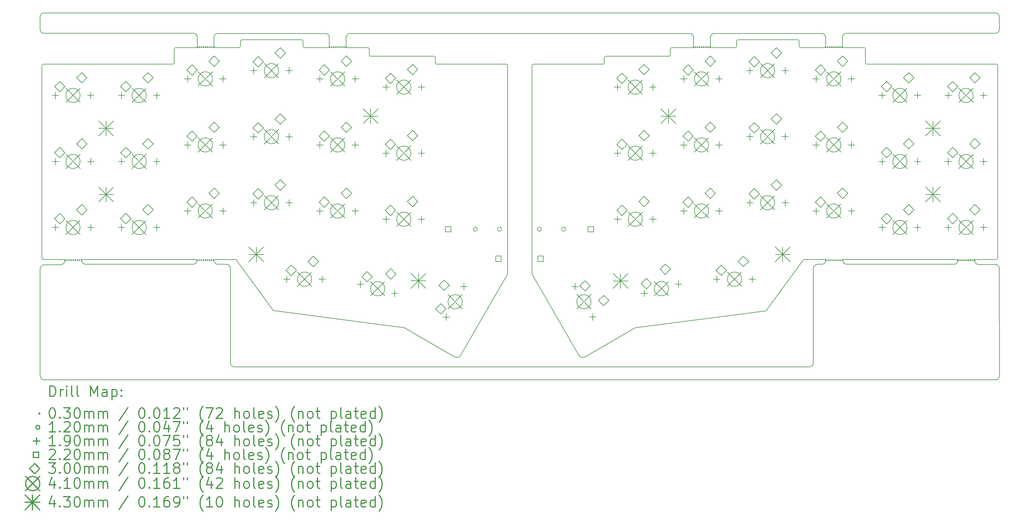
<source format=gbr>
%FSLAX45Y45*%
G04 Gerber Fmt 4.5, Leading zero omitted, Abs format (unit mm)*
G04 Created by KiCad (PCBNEW 5.1.5+dfsg1-2~bpo10+1) date 2020-11-03 09:18:59*
%MOMM*%
%LPD*%
G04 APERTURE LIST*
%TA.AperFunction,Profile*%
%ADD10C,0.200000*%
%TD*%
%ADD11C,0.200000*%
%ADD12C,0.300000*%
G04 APERTURE END LIST*
D10*
X11526550Y-10267000D02*
X11510818Y-10262657D01*
X11510818Y-10262657D02*
X11494267Y-10258946D01*
X11494267Y-10258946D02*
X11477035Y-10255985D01*
X11477035Y-10255985D02*
X11461094Y-10254046D01*
X6704390Y-8316663D02*
X6692765Y-8308003D01*
X6692765Y-8308003D02*
X6677894Y-8302800D01*
X6677894Y-8302800D02*
X6669034Y-8302007D01*
X7758693Y-9762379D02*
X7770203Y-9770964D01*
X7770203Y-9770964D02*
X7785039Y-9776193D01*
X7785039Y-9776193D02*
X7794049Y-9777009D01*
X14471321Y-8761772D02*
X14478272Y-8748362D01*
X14478272Y-8748362D02*
X14484137Y-8734027D01*
X14484137Y-8734027D02*
X14488930Y-8718214D01*
X14488930Y-8718214D02*
X14492252Y-8701436D01*
X14492252Y-8701436D02*
X14493931Y-8683023D01*
X14493931Y-8683023D02*
X14494030Y-8674523D01*
X10518882Y-2401771D02*
X10518882Y-2251911D01*
X12369016Y-2451809D02*
X10568920Y-2451809D01*
X14494030Y-2727017D02*
X14491052Y-2709993D01*
X14491052Y-2709993D02*
X14483948Y-2696917D01*
X14483948Y-2696917D02*
X14473872Y-2686908D01*
X14473872Y-2686908D02*
X14460831Y-2679923D01*
X14460831Y-2679923D02*
X14444042Y-2677030D01*
X14493978Y-2726890D02*
X14493978Y-8674295D01*
X5571750Y-8302031D02*
X2256750Y-8302031D01*
X1119037Y-2727017D02*
X1118860Y-8251893D01*
X4868912Y-2676853D02*
X1169050Y-2677030D01*
X8568926Y-1976829D02*
X6868906Y-1976829D01*
X8618964Y-2151835D02*
X8618964Y-2026867D01*
X10468844Y-2201873D02*
X9856750Y-2201873D01*
X11526550Y-10267000D02*
X12955958Y-11093108D01*
X12418800Y-2501847D02*
X12419029Y-2627018D01*
X12419029Y-2502024D02*
X12416057Y-2484993D01*
X12416057Y-2484993D02*
X12408956Y-2471911D01*
X12408956Y-2471911D02*
X12398925Y-2461930D01*
X12398925Y-2461930D02*
X12385918Y-2454936D01*
X12385918Y-2454936D02*
X12369042Y-2452012D01*
X4918950Y-2251911D02*
X4918950Y-2626815D01*
X6768830Y-2201873D02*
X6057750Y-2201873D01*
X6819046Y-2027019D02*
X6818868Y-2151835D01*
X14443940Y-2676853D02*
X12469041Y-2677030D01*
X1119037Y-8252020D02*
X1122036Y-8269103D01*
X1122036Y-8269103D02*
X1129079Y-8282068D01*
X1129079Y-8282068D02*
X1139101Y-8292059D01*
X1139101Y-8292059D02*
X1152108Y-8299069D01*
X1152108Y-8299069D02*
X1169049Y-8302007D01*
X1169049Y-8302007D02*
X1169050Y-8302007D01*
X1169050Y-2677030D02*
X1151965Y-2680020D01*
X1151965Y-2680020D02*
X1138981Y-2687068D01*
X1138981Y-2687068D02*
X1128955Y-2697134D01*
X1128955Y-2697134D02*
X1121958Y-2710149D01*
X1121958Y-2710149D02*
X1119037Y-2727017D01*
X1119037Y-2727017D02*
X1119037Y-2727017D01*
X4869039Y-2677030D02*
X4886123Y-2674039D01*
X4886123Y-2674039D02*
X4899107Y-2666991D01*
X4899107Y-2666991D02*
X4909133Y-2656926D01*
X4909133Y-2656926D02*
X4916127Y-2643919D01*
X4916127Y-2643919D02*
X4919051Y-2627043D01*
X4919051Y-2627043D02*
X4919051Y-2627018D01*
X4969038Y-2202025D02*
X4951960Y-2205022D01*
X4951960Y-2205022D02*
X4938983Y-2212072D01*
X4938983Y-2212072D02*
X4928912Y-2222205D01*
X4928912Y-2222205D02*
X4921918Y-2235294D01*
X4921918Y-2235294D02*
X4919051Y-2252013D01*
X6769033Y-2202025D02*
X6786118Y-2199034D01*
X6786118Y-2199034D02*
X6799102Y-2191986D01*
X6799102Y-2191986D02*
X6809127Y-2181921D01*
X6809127Y-2181921D02*
X6816121Y-2168914D01*
X6816121Y-2168914D02*
X6819046Y-2152038D01*
X6819046Y-2152038D02*
X6819046Y-2152013D01*
X6869033Y-1977007D02*
X6851949Y-1980005D01*
X6851949Y-1980005D02*
X6838969Y-1987060D01*
X6838969Y-1987060D02*
X6828948Y-1997131D01*
X6828948Y-1997131D02*
X6821945Y-2010186D01*
X6821945Y-2010186D02*
X6819046Y-2027019D01*
X6819046Y-2027019D02*
X6819046Y-2027019D01*
X8619041Y-2027019D02*
X8616070Y-2009988D01*
X8616070Y-2009988D02*
X8608968Y-1996905D01*
X8608968Y-1996905D02*
X8598936Y-1986925D01*
X8598936Y-1986925D02*
X8585929Y-1979930D01*
X8585929Y-1979930D02*
X8569053Y-1977007D01*
X8569053Y-1977007D02*
X8569053Y-1977007D01*
X8619041Y-2152013D02*
X8622031Y-2169097D01*
X8622031Y-2169097D02*
X8629067Y-2182066D01*
X8629067Y-2182066D02*
X8639144Y-2192107D01*
X8639144Y-2192107D02*
X8652196Y-2199117D01*
X8652196Y-2199117D02*
X8669028Y-2202025D01*
X8669028Y-2202025D02*
X8669053Y-2202025D01*
X10519035Y-2252013D02*
X10516057Y-2234988D01*
X10516057Y-2234988D02*
X10508954Y-2221912D01*
X10508954Y-2221912D02*
X10498877Y-2211903D01*
X10498877Y-2211903D02*
X10485837Y-2204918D01*
X10485837Y-2204918D02*
X10469048Y-2202025D01*
X10519035Y-2402025D02*
X10522034Y-2419108D01*
X10522034Y-2419108D02*
X10529077Y-2432073D01*
X10529077Y-2432073D02*
X10539099Y-2442064D01*
X10539099Y-2442064D02*
X10552106Y-2449073D01*
X10552106Y-2449073D02*
X10569047Y-2452012D01*
X13148770Y-11055161D02*
X14471372Y-8761925D01*
X13148460Y-11055623D02*
X13148770Y-11055161D01*
X12955958Y-11093108D02*
X12968600Y-11100697D01*
X12968600Y-11100697D02*
X12982358Y-11107061D01*
X12982358Y-11107061D02*
X12997579Y-11112106D01*
X12997579Y-11112106D02*
X13014393Y-11115504D01*
X13014393Y-11115504D02*
X13033176Y-11116804D01*
X13033176Y-11116804D02*
X13052074Y-11115538D01*
X13052074Y-11115538D02*
X13068790Y-11112218D01*
X13068790Y-11112218D02*
X13084031Y-11107257D01*
X13084031Y-11107257D02*
X13098425Y-11100666D01*
X13098425Y-11100666D02*
X13110948Y-11093169D01*
X13110948Y-11093169D02*
X13123286Y-11083817D01*
X13123286Y-11083817D02*
X13133583Y-11074103D01*
X13133583Y-11074103D02*
X13142927Y-11063266D01*
X13142927Y-11063266D02*
X13148460Y-11055623D01*
X7794049Y-9777009D02*
X11461094Y-10254046D01*
X6704390Y-8316663D02*
X7758693Y-9762379D01*
X12419029Y-2627018D02*
X12422019Y-2644102D01*
X12422019Y-2644102D02*
X12429056Y-2657071D01*
X12429056Y-2657071D02*
X12439133Y-2667112D01*
X12439133Y-2667112D02*
X12452185Y-2674122D01*
X12452185Y-2674122D02*
X12469017Y-2677030D01*
X12469017Y-2677030D02*
X12469041Y-2677030D01*
X8669053Y-2202025D02*
X9372750Y-2202025D01*
X4969038Y-2202025D02*
X5581750Y-2202025D01*
X1169050Y-8302007D02*
X1780750Y-8302031D01*
X6669034Y-8302007D02*
X6055750Y-8302107D01*
X23020466Y-8302807D02*
X23632750Y-8302807D01*
X28520450Y-8302807D02*
X27907750Y-8302807D01*
X24720462Y-2202825D02*
X24107750Y-2202825D01*
X21020447Y-2202825D02*
X20316750Y-2202825D01*
X17220483Y-2677830D02*
X17220459Y-2677830D01*
X17270471Y-2627818D02*
X17267480Y-2644902D01*
X17267480Y-2644902D02*
X17260432Y-2657886D01*
X17260432Y-2657886D02*
X17250366Y-2667912D01*
X17250366Y-2667912D02*
X17237359Y-2674906D01*
X17237359Y-2674906D02*
X17220483Y-2677830D01*
X22985109Y-8317463D02*
X21930807Y-9763179D01*
X21930807Y-9763179D02*
X21919297Y-9771764D01*
X21919297Y-9771764D02*
X21904478Y-9776989D01*
X21904478Y-9776989D02*
X21895451Y-9777809D01*
X21895451Y-9777809D02*
X18228406Y-10254846D01*
X16733542Y-11093908D02*
X16720948Y-11101472D01*
X16720948Y-11101472D02*
X16707141Y-11107861D01*
X16707141Y-11107861D02*
X16691869Y-11112919D01*
X16691869Y-11112919D02*
X16675185Y-11116293D01*
X16675185Y-11116293D02*
X16656479Y-11117604D01*
X16656479Y-11117604D02*
X16637683Y-11116372D01*
X16637683Y-11116372D02*
X16620910Y-11113070D01*
X16620910Y-11113070D02*
X16605468Y-11108057D01*
X16605468Y-11108057D02*
X16591631Y-11101759D01*
X16591631Y-11101759D02*
X16578924Y-11094219D01*
X16578924Y-11094219D02*
X16567357Y-11085580D01*
X16567357Y-11085580D02*
X16556782Y-11075801D01*
X16556782Y-11075801D02*
X16547270Y-11064957D01*
X16547270Y-11064957D02*
X16541040Y-11056423D01*
X16541040Y-11056423D02*
X16540730Y-11055961D01*
X16540730Y-11055961D02*
X15218128Y-8762725D01*
X19170465Y-2402825D02*
X19167472Y-2419890D01*
X19167472Y-2419890D02*
X19160411Y-2432888D01*
X19160411Y-2432888D02*
X19150310Y-2442931D01*
X19150310Y-2442931D02*
X19137177Y-2449950D01*
X19137177Y-2449950D02*
X19120453Y-2452812D01*
X19170465Y-2252813D02*
X19173461Y-2235734D01*
X19173461Y-2235734D02*
X19180512Y-2222757D01*
X19180512Y-2222757D02*
X19190645Y-2212686D01*
X19190645Y-2212686D02*
X19203734Y-2205692D01*
X19203734Y-2205692D02*
X19220452Y-2202825D01*
X21020472Y-2202825D02*
X21020447Y-2202825D01*
X21070459Y-2152813D02*
X21067469Y-2169897D01*
X21067469Y-2169897D02*
X21060421Y-2182881D01*
X21060421Y-2182881D02*
X21050355Y-2192907D01*
X21050355Y-2192907D02*
X21037348Y-2199901D01*
X21037348Y-2199901D02*
X21020472Y-2202825D01*
X21120447Y-1977807D02*
X21120447Y-1977807D01*
X21070459Y-2027819D02*
X21073449Y-2010734D01*
X21073449Y-2010734D02*
X21080497Y-1997750D01*
X21080497Y-1997750D02*
X21090563Y-1987725D01*
X21090563Y-1987725D02*
X21103579Y-1980727D01*
X21103579Y-1980727D02*
X21120447Y-1977807D01*
X22870454Y-2027819D02*
X22870454Y-2027819D01*
X22820467Y-1977807D02*
X22837550Y-1980805D01*
X22837550Y-1980805D02*
X22850515Y-1987848D01*
X22850515Y-1987848D02*
X22860506Y-1997870D01*
X22860506Y-1997870D02*
X22867516Y-2010878D01*
X22867516Y-2010878D02*
X22870454Y-2027819D01*
X22870454Y-2152838D02*
X22870454Y-2152813D01*
X22920466Y-2202825D02*
X22903435Y-2199854D01*
X22903435Y-2199854D02*
X22890353Y-2192752D01*
X22890353Y-2192752D02*
X22880338Y-2182675D01*
X22880338Y-2182675D02*
X22873349Y-2169633D01*
X22873349Y-2169633D02*
X22870454Y-2152838D01*
X24720462Y-2202825D02*
X24737539Y-2205822D01*
X24737539Y-2205822D02*
X24750501Y-2212861D01*
X24750501Y-2212861D02*
X24760492Y-2222877D01*
X24760492Y-2222877D02*
X24767542Y-2235986D01*
X24767542Y-2235986D02*
X24770449Y-2252813D01*
X24770449Y-2627843D02*
X24770449Y-2627818D01*
X24820461Y-2677830D02*
X24803430Y-2674859D01*
X24803430Y-2674859D02*
X24790347Y-2667757D01*
X24790347Y-2667757D02*
X24780333Y-2657680D01*
X24780333Y-2657680D02*
X24773344Y-2644638D01*
X24773344Y-2644638D02*
X24770449Y-2627843D01*
X28570463Y-2727817D02*
X28570463Y-2727817D01*
X28520450Y-2677830D02*
X28537534Y-2680820D01*
X28537534Y-2680820D02*
X28550503Y-2687857D01*
X28550503Y-2687857D02*
X28560544Y-2697934D01*
X28560544Y-2697934D02*
X28567554Y-2710985D01*
X28567554Y-2710985D02*
X28570463Y-2727817D01*
X28520451Y-8302807D02*
X28520450Y-8302807D01*
X28570463Y-8252820D02*
X28567470Y-8269885D01*
X28567470Y-8269885D02*
X28560409Y-8282883D01*
X28560409Y-8282883D02*
X28550308Y-8292926D01*
X28550308Y-8292926D02*
X28537175Y-8299946D01*
X28537175Y-8299946D02*
X28520451Y-8302807D01*
X22985109Y-8317463D02*
X22996550Y-8308903D01*
X22996550Y-8308903D02*
X23011342Y-8303648D01*
X23011342Y-8303648D02*
X23020466Y-8302807D01*
X15245559Y-2677653D02*
X17220459Y-2677830D01*
X22870632Y-2027667D02*
X22870632Y-2152635D01*
X22920670Y-2202673D02*
X23631750Y-2202673D01*
X24770550Y-2252711D02*
X24770550Y-2627615D01*
X17270471Y-2502824D02*
X17273461Y-2485740D01*
X17273461Y-2485740D02*
X17280509Y-2472756D01*
X17280509Y-2472756D02*
X17290575Y-2462730D01*
X17290575Y-2462730D02*
X17303590Y-2455733D01*
X17303590Y-2455733D02*
X17320458Y-2452812D01*
X17270700Y-2502647D02*
X17270471Y-2627818D01*
X18162950Y-10267800D02*
X16733542Y-11093908D01*
X19220656Y-2202673D02*
X19832750Y-2202673D01*
X21070536Y-2152635D02*
X21070536Y-2027667D01*
X21120574Y-1977629D02*
X22820594Y-1977629D01*
X24820588Y-2677653D02*
X28520450Y-2677830D01*
X28570463Y-2727817D02*
X28570640Y-8252693D01*
X24117750Y-8302731D02*
X27432750Y-8302731D01*
X15195522Y-2727690D02*
X15195522Y-8675095D01*
X15195470Y-2727817D02*
X15198466Y-2710739D01*
X15198466Y-2710739D02*
X15205517Y-2697762D01*
X15205517Y-2697762D02*
X15215650Y-2687691D01*
X15215650Y-2687691D02*
X15228740Y-2680697D01*
X15228740Y-2680697D02*
X15245458Y-2677830D01*
X17320484Y-2452609D02*
X19120580Y-2452609D01*
X19170618Y-2402571D02*
X19170618Y-2252711D01*
X15218179Y-8762572D02*
X15211302Y-8749324D01*
X15211302Y-8749324D02*
X15205422Y-8734994D01*
X15205422Y-8734994D02*
X15200700Y-8719531D01*
X15200700Y-8719531D02*
X15197338Y-8702852D01*
X15197338Y-8702852D02*
X15195598Y-8684582D01*
X15195598Y-8684582D02*
X15195470Y-8675323D01*
X18162950Y-10267800D02*
X18178681Y-10263457D01*
X18178681Y-10263457D02*
X18195232Y-10259746D01*
X18195232Y-10259746D02*
X18212464Y-10256785D01*
X18212464Y-10256785D02*
X18228406Y-10254846D01*
X2256250Y-8325300D02*
X2258600Y-8347600D01*
X2256250Y-8324700D02*
X2256250Y-8325300D01*
X2256750Y-8302031D02*
X2256250Y-8324700D01*
X1778860Y-8348800D02*
X1778770Y-8349300D01*
X1778960Y-8348400D02*
X1778860Y-8348800D01*
X1778960Y-8348300D02*
X1778960Y-8348400D01*
X1778960Y-8348300D02*
X1778960Y-8348300D01*
X1778960Y-8348300D02*
X1778960Y-8348300D01*
X1781230Y-8325200D02*
X1778960Y-8348300D01*
X1781230Y-8325200D02*
X1781230Y-8325200D01*
X1781250Y-8325000D02*
X1781230Y-8325200D01*
X1780750Y-8302031D02*
X1781250Y-8325000D01*
X1068750Y-8562500D02*
X1068750Y-11649700D01*
X28619450Y-8560800D02*
X28619550Y-11648600D01*
X6582070Y-11374500D02*
X6601660Y-11384900D01*
X19798350Y-1830660D02*
X19781150Y-1816630D01*
X19781150Y-1816630D02*
X19761550Y-1806210D01*
X28586450Y-11729000D02*
X28600450Y-11711800D01*
X28030250Y-8447600D02*
X28007150Y-8445300D01*
X6056250Y-1912500D02*
X6057750Y-2201873D01*
X6058440Y-1890160D02*
X6056250Y-1912500D01*
X6064860Y-1868910D02*
X6058440Y-1890160D01*
X6075280Y-1849320D02*
X6064860Y-1868910D01*
X6089300Y-1832120D02*
X6075280Y-1849320D01*
X6106410Y-1817970D02*
X6089300Y-1832120D01*
X6125930Y-1807410D02*
X6106410Y-1817970D01*
X6147130Y-1800850D02*
X6125930Y-1807410D01*
X6169440Y-1798500D02*
X6147130Y-1800850D01*
X6170020Y-1798500D02*
X6169440Y-1798500D01*
X9257260Y-1798500D02*
X6170020Y-1798500D01*
X9279590Y-1800690D02*
X9257260Y-1798500D01*
X9300840Y-1807110D02*
X9279590Y-1800690D01*
X9320430Y-1817530D02*
X9300840Y-1807110D01*
X9337630Y-1831560D02*
X9320430Y-1817530D01*
X9351780Y-1848660D02*
X9337630Y-1831560D01*
X9362340Y-1868180D02*
X9351780Y-1848660D01*
X9368900Y-1889380D02*
X9362340Y-1868180D01*
X9371250Y-1911690D02*
X9368900Y-1889380D01*
X9371250Y-1912270D02*
X9371250Y-1911690D01*
X9372750Y-2202025D02*
X9371250Y-1912270D01*
X20317050Y-1911600D02*
X20316750Y-2202825D01*
X20319150Y-1889260D02*
X20317050Y-1911600D01*
X20325650Y-1868010D02*
X20319150Y-1889260D01*
X20336050Y-1848420D02*
X20325650Y-1868010D01*
X20350050Y-1831220D02*
X20336050Y-1848420D01*
X20367150Y-1817070D02*
X20350050Y-1831220D01*
X20386650Y-1806510D02*
X20367150Y-1817070D01*
X20407850Y-1799950D02*
X20386650Y-1806510D01*
X20430150Y-1797600D02*
X20407850Y-1799950D01*
X20430750Y-1797600D02*
X20430150Y-1797600D01*
X23518050Y-1797600D02*
X20430750Y-1797600D01*
X23540350Y-1799790D02*
X23518050Y-1797600D01*
X23561550Y-1806210D02*
X23540350Y-1799790D01*
X23581150Y-1816630D02*
X23561550Y-1806210D01*
X23598350Y-1830660D02*
X23581150Y-1816630D01*
X23612550Y-1847760D02*
X23598350Y-1830660D01*
X23623050Y-1867280D02*
X23612550Y-1847760D01*
X23629650Y-1888480D02*
X23623050Y-1867280D01*
X23631950Y-1910790D02*
X23629650Y-1888480D01*
X23631950Y-1911370D02*
X23631950Y-1910790D01*
X23631750Y-2202673D02*
X23631950Y-1911370D01*
X5571250Y-8324500D02*
X5571750Y-8302031D01*
X5569060Y-8346800D02*
X5571250Y-8324500D01*
X5562640Y-8368100D02*
X5569060Y-8346800D01*
X5552220Y-8387700D02*
X5562640Y-8368100D01*
X5538200Y-8404900D02*
X5552220Y-8387700D01*
X5521090Y-8419000D02*
X5538200Y-8404900D01*
X5501570Y-8429600D02*
X5521090Y-8419000D01*
X5480370Y-8436200D02*
X5501570Y-8429600D01*
X5458060Y-8438500D02*
X5480370Y-8436200D01*
X5457480Y-8438500D02*
X5458060Y-8438500D01*
X2370240Y-8438500D02*
X5457480Y-8438500D01*
X2347910Y-8436300D02*
X2370240Y-8438500D01*
X2326660Y-8429900D02*
X2347910Y-8436300D01*
X2307070Y-8419500D02*
X2326660Y-8429900D01*
X2289860Y-8405400D02*
X2307070Y-8419500D01*
X2275720Y-8388300D02*
X2289860Y-8405400D01*
X2265160Y-8368800D02*
X2275720Y-8388300D01*
X2258600Y-8347600D02*
X2265160Y-8368800D01*
X27431950Y-8323600D02*
X27432750Y-8302731D01*
X27429850Y-8345900D02*
X27431950Y-8323600D01*
X27423350Y-8367200D02*
X27429850Y-8345900D01*
X27412950Y-8386800D02*
X27423350Y-8367200D01*
X27398950Y-8404000D02*
X27412950Y-8386800D01*
X27381850Y-8418100D02*
X27398950Y-8404000D01*
X27362350Y-8428700D02*
X27381850Y-8418100D01*
X27341150Y-8435300D02*
X27362350Y-8428700D01*
X27318850Y-8437600D02*
X27341150Y-8435300D01*
X27318250Y-8437600D02*
X27318850Y-8437600D01*
X24230950Y-8437600D02*
X27318250Y-8437600D01*
X24208650Y-8435400D02*
X24230950Y-8437600D01*
X24187450Y-8429000D02*
X24208650Y-8435400D01*
X24167850Y-8418600D02*
X24187450Y-8429000D01*
X24150650Y-8404500D02*
X24167850Y-8418600D01*
X24136450Y-8387400D02*
X24150650Y-8404500D01*
X24125950Y-8367900D02*
X24136450Y-8387400D01*
X24119350Y-8346700D02*
X24125950Y-8367900D01*
X24117050Y-8324400D02*
X24119350Y-8346700D01*
X24117050Y-8323800D02*
X24117050Y-8324400D01*
X24117750Y-8302731D02*
X24117050Y-8323800D01*
X9856250Y-1912500D02*
X9856750Y-2201873D01*
X9858450Y-1890160D02*
X9856250Y-1912500D01*
X9864850Y-1868910D02*
X9858450Y-1890160D01*
X9875250Y-1849320D02*
X9864850Y-1868910D01*
X9889350Y-1832120D02*
X9875250Y-1849320D01*
X9906450Y-1817970D02*
X9889350Y-1832120D01*
X9925950Y-1807410D02*
X9906450Y-1817970D01*
X9947150Y-1800850D02*
X9925950Y-1807410D01*
X9969450Y-1798500D02*
X9947150Y-1800850D01*
X9970050Y-1798500D02*
X9969450Y-1798500D01*
X19718050Y-1797600D02*
X9970050Y-1798500D01*
X19740350Y-1799790D02*
X19718050Y-1797600D01*
X19761550Y-1806210D02*
X19740350Y-1799790D01*
X19812550Y-1847760D02*
X19798350Y-1830660D01*
X19823050Y-1867280D02*
X19812550Y-1847760D01*
X19829650Y-1888480D02*
X19823050Y-1867280D01*
X19831950Y-1910790D02*
X19829650Y-1888480D01*
X19831950Y-1911370D02*
X19831950Y-1910790D01*
X19832750Y-2202673D02*
X19831950Y-1911370D01*
X23632050Y-8323600D02*
X23632750Y-8302807D01*
X23629850Y-8345900D02*
X23632050Y-8323600D01*
X23623350Y-8367200D02*
X23629850Y-8345900D01*
X23612950Y-8386800D02*
X23623350Y-8367200D01*
X23598950Y-8404000D02*
X23612950Y-8386800D01*
X23581850Y-8418100D02*
X23598950Y-8404000D01*
X23562350Y-8428700D02*
X23581850Y-8418100D01*
X23541150Y-8435300D02*
X23562350Y-8428700D01*
X23518850Y-8437600D02*
X23541150Y-8435300D01*
X23518250Y-8437600D02*
X23518850Y-8437600D01*
X23399250Y-8437600D02*
X23518250Y-8437600D01*
X23399250Y-8437600D02*
X23399250Y-8437600D01*
X23398650Y-8437600D02*
X23399250Y-8437600D01*
X23398450Y-8437600D02*
X23398650Y-8437600D01*
X23398250Y-8437600D02*
X23398450Y-8437600D01*
X23398150Y-8437600D02*
X23398250Y-8437600D01*
X23375050Y-8440100D02*
X23398150Y-8437600D01*
X23374650Y-8440100D02*
X23375050Y-8440100D01*
X23374250Y-8440200D02*
X23374650Y-8440100D01*
X23374150Y-8440300D02*
X23374250Y-8440200D01*
X23374150Y-8440300D02*
X23374150Y-8440300D01*
X23352050Y-8447100D02*
X23374150Y-8440300D01*
X23351550Y-8447300D02*
X23352050Y-8447100D01*
X23351150Y-8447400D02*
X23351550Y-8447300D01*
X23351150Y-8447500D02*
X23351150Y-8447400D01*
X23351150Y-8447500D02*
X23351150Y-8447500D01*
X23351150Y-8447500D02*
X23351150Y-8447500D01*
X23330750Y-8458500D02*
X23351150Y-8447500D01*
X23330350Y-8458800D02*
X23330750Y-8458500D01*
X23329950Y-8459000D02*
X23330350Y-8458800D01*
X23329950Y-8459100D02*
X23329950Y-8459000D01*
X23312050Y-8473800D02*
X23329950Y-8459100D01*
X23311750Y-8474100D02*
X23312050Y-8473800D01*
X23311450Y-8474500D02*
X23311750Y-8474100D01*
X23311350Y-8474500D02*
X23311450Y-8474500D01*
X23296750Y-8492500D02*
X23311350Y-8474500D01*
X23296450Y-8492900D02*
X23296750Y-8492500D01*
X23296250Y-8493200D02*
X23296450Y-8492900D01*
X23296150Y-8493300D02*
X23296250Y-8493200D01*
X23296150Y-8493300D02*
X23296150Y-8493300D01*
X23296150Y-8493300D02*
X23296150Y-8493300D01*
X23285250Y-8513800D02*
X23296150Y-8493300D01*
X23285150Y-8514200D02*
X23285250Y-8513800D01*
X23284950Y-8514600D02*
X23285150Y-8514200D01*
X23284950Y-8514700D02*
X23284950Y-8514600D01*
X23278250Y-8536800D02*
X23284950Y-8514700D01*
X23278150Y-8537300D02*
X23278250Y-8536800D01*
X23278050Y-8537700D02*
X23278150Y-8537300D01*
X23278050Y-8537800D02*
X23278050Y-8537700D01*
X23278050Y-8537800D02*
X23278050Y-8537800D01*
X23278050Y-8537800D02*
X23278050Y-8537800D01*
X23275750Y-8560900D02*
X23278050Y-8537800D01*
X23275750Y-8560900D02*
X23275750Y-8560900D01*
X23275750Y-8561100D02*
X23275750Y-8560900D01*
X23275750Y-11278600D02*
X23275750Y-8561100D01*
X23273550Y-11300900D02*
X23275750Y-11278600D01*
X23267150Y-11322200D02*
X23273550Y-11300900D01*
X23256750Y-11341800D02*
X23267150Y-11322200D01*
X23242650Y-11359000D02*
X23256750Y-11341800D01*
X23225550Y-11373100D02*
X23242650Y-11359000D01*
X23206050Y-11383700D02*
X23225550Y-11373100D01*
X23184850Y-11390300D02*
X23206050Y-11383700D01*
X23162550Y-11392600D02*
X23184850Y-11390300D01*
X23161950Y-11392600D02*
X23162550Y-11392600D01*
X6645450Y-11393400D02*
X23161950Y-11392600D01*
X6622910Y-11391300D02*
X6645240Y-11393500D01*
X6601660Y-11384900D02*
X6622910Y-11391300D01*
X6564860Y-11360400D02*
X6582070Y-11374500D01*
X6550720Y-11343300D02*
X6564860Y-11360400D01*
X6540160Y-11323800D02*
X6550720Y-11343300D01*
X6533600Y-11302600D02*
X6540160Y-11323800D01*
X6531250Y-11280300D02*
X6533600Y-11302600D01*
X6531250Y-11279700D02*
X6531250Y-11280300D01*
X6531250Y-8562000D02*
X6531250Y-11279700D01*
X6531250Y-8562000D02*
X6531250Y-8562000D01*
X6531250Y-8561400D02*
X6531250Y-8562000D01*
X6531220Y-8561200D02*
X6531250Y-8561400D01*
X6531230Y-8561000D02*
X6531220Y-8561200D01*
X6531220Y-8560900D02*
X6531230Y-8561000D01*
X6528800Y-8537900D02*
X6531220Y-8560900D01*
X6528710Y-8537400D02*
X6528800Y-8537900D01*
X6528620Y-8537000D02*
X6528710Y-8537400D01*
X6528600Y-8536900D02*
X6528620Y-8537000D01*
X6521750Y-8514800D02*
X6528600Y-8536900D01*
X6521570Y-8514300D02*
X6521750Y-8514800D01*
X6521400Y-8513900D02*
X6521570Y-8514300D01*
X6521370Y-8513900D02*
X6521400Y-8513900D01*
X6521370Y-8513900D02*
X6521370Y-8513900D01*
X6521370Y-8513900D02*
X6521370Y-8513900D01*
X6510350Y-8493500D02*
X6521370Y-8513900D01*
X6510090Y-8493100D02*
X6510350Y-8493500D01*
X6509840Y-8492700D02*
X6510090Y-8493100D01*
X6509800Y-8492700D02*
X6509840Y-8492700D01*
X6495030Y-8474800D02*
X6509800Y-8492700D01*
X6494700Y-8474500D02*
X6495030Y-8474800D01*
X6494390Y-8474200D02*
X6494700Y-8474500D01*
X6494340Y-8474100D02*
X6494390Y-8474200D01*
X6476380Y-8459500D02*
X6494340Y-8474100D01*
X6476000Y-8459200D02*
X6476380Y-8459500D01*
X6475620Y-8459000D02*
X6476000Y-8459200D01*
X6475560Y-8458900D02*
X6475620Y-8459000D01*
X6475560Y-8458900D02*
X6475560Y-8458900D01*
X6475560Y-8458900D02*
X6475560Y-8458900D01*
X6455100Y-8448000D02*
X6475560Y-8458900D01*
X6454680Y-8447900D02*
X6455100Y-8448000D01*
X6454260Y-8447700D02*
X6454680Y-8447900D01*
X6454200Y-8447700D02*
X6454260Y-8447700D01*
X6432010Y-8441000D02*
X6454200Y-8447700D01*
X6431560Y-8440900D02*
X6432010Y-8441000D01*
X6431120Y-8440800D02*
X6431560Y-8440900D01*
X6431050Y-8440800D02*
X6431120Y-8440800D01*
X6431050Y-8440800D02*
X6431050Y-8440800D01*
X6431050Y-8440800D02*
X6431050Y-8440800D01*
X6407990Y-8438500D02*
X6431050Y-8440800D01*
X6407990Y-8438500D02*
X6407990Y-8438500D01*
X6407740Y-8438500D02*
X6407990Y-8438500D01*
X6170240Y-8438500D02*
X6407740Y-8438500D01*
X6147910Y-8436300D02*
X6170240Y-8438500D01*
X6126660Y-8429900D02*
X6147910Y-8436300D01*
X6107070Y-8419500D02*
X6126660Y-8429900D01*
X6089860Y-8405400D02*
X6107070Y-8419500D01*
X6075720Y-8388300D02*
X6089860Y-8405400D01*
X6065160Y-8368800D02*
X6075720Y-8388300D01*
X6058600Y-8347600D02*
X6065160Y-8368800D01*
X6056250Y-8325300D02*
X6058600Y-8347600D01*
X6056250Y-8324700D02*
X6056250Y-8325300D01*
X6055750Y-8302107D02*
X6056250Y-8324700D01*
X5581250Y-1912010D02*
X5581750Y-2202025D01*
X5581250Y-1912000D02*
X5581250Y-1912010D01*
X5581250Y-1911410D02*
X5581250Y-1912000D01*
X5581220Y-1911190D02*
X5581250Y-1911410D01*
X5581230Y-1910970D02*
X5581220Y-1911190D01*
X5581220Y-1910900D02*
X5581230Y-1910970D01*
X5578800Y-1887850D02*
X5581220Y-1910900D01*
X5578710Y-1887410D02*
X5578800Y-1887850D01*
X5578620Y-1886960D02*
X5578710Y-1887410D01*
X5578600Y-1886900D02*
X5578620Y-1886960D01*
X5571750Y-1864760D02*
X5578600Y-1886900D01*
X5571570Y-1864340D02*
X5571750Y-1864760D01*
X5571400Y-1863920D02*
X5571570Y-1864340D01*
X5571370Y-1863860D02*
X5571400Y-1863920D01*
X5571370Y-1863860D02*
X5571370Y-1863860D01*
X5571370Y-1863860D02*
X5571370Y-1863860D01*
X5560350Y-1843470D02*
X5571370Y-1863860D01*
X5560090Y-1843090D02*
X5560350Y-1843470D01*
X5559840Y-1842710D02*
X5560090Y-1843090D01*
X5559800Y-1842660D02*
X5559840Y-1842710D01*
X5545030Y-1824800D02*
X5559800Y-1842660D01*
X5544700Y-1824480D02*
X5545030Y-1824800D01*
X5544390Y-1824160D02*
X5544700Y-1824480D01*
X5544340Y-1824120D02*
X5544390Y-1824160D01*
X5526380Y-1809470D02*
X5544340Y-1824120D01*
X5526000Y-1809220D02*
X5526380Y-1809470D01*
X5525620Y-1808960D02*
X5526000Y-1809220D01*
X5525560Y-1808930D02*
X5525620Y-1808960D01*
X5525560Y-1808930D02*
X5525560Y-1808930D01*
X5525560Y-1808930D02*
X5525560Y-1808930D01*
X5505100Y-1798050D02*
X5525560Y-1808930D01*
X5504680Y-1797870D02*
X5505100Y-1798050D01*
X5504260Y-1797700D02*
X5504680Y-1797870D01*
X5504200Y-1797680D02*
X5504260Y-1797700D01*
X5482010Y-1790980D02*
X5504200Y-1797680D01*
X5481560Y-1790890D02*
X5482010Y-1790980D01*
X5481120Y-1790790D02*
X5481560Y-1790890D01*
X5481050Y-1790790D02*
X5481120Y-1790790D01*
X5481050Y-1790790D02*
X5481050Y-1790790D01*
X5481050Y-1790790D02*
X5481050Y-1790790D01*
X5457990Y-1788530D02*
X5481050Y-1790790D01*
X5457990Y-1788530D02*
X5457990Y-1788530D01*
X5457740Y-1788500D02*
X5457990Y-1788530D01*
X1182740Y-1788500D02*
X5457740Y-1788500D01*
X1160410Y-1786310D02*
X1182740Y-1788500D01*
X1139160Y-1779900D02*
X1160410Y-1786310D01*
X1119570Y-1769480D02*
X1139160Y-1779900D01*
X1102360Y-1755450D02*
X1119570Y-1769480D01*
X1088220Y-1738350D02*
X1102360Y-1755450D01*
X1077660Y-1718820D02*
X1088220Y-1738350D01*
X1071100Y-1697620D02*
X1077660Y-1718820D01*
X1068750Y-1675310D02*
X1071100Y-1697620D01*
X1068750Y-1674730D02*
X1068750Y-1675310D01*
X1068750Y-1318750D02*
X1068750Y-1674730D01*
X1070940Y-1296410D02*
X1068750Y-1318750D01*
X1077360Y-1275160D02*
X1070940Y-1296410D01*
X1087780Y-1255570D02*
X1077360Y-1275160D01*
X1101800Y-1238370D02*
X1087780Y-1255570D01*
X1118910Y-1224220D02*
X1101800Y-1238370D01*
X1138430Y-1213660D02*
X1118910Y-1224220D01*
X1159630Y-1207100D02*
X1138430Y-1213660D01*
X1181940Y-1204750D02*
X1159630Y-1207100D01*
X1182520Y-1204750D02*
X1181940Y-1204750D01*
X28505550Y-1203850D02*
X1182520Y-1204750D01*
X28527850Y-1206040D02*
X28505550Y-1203850D01*
X28549050Y-1212460D02*
X28527850Y-1206040D01*
X28568650Y-1222880D02*
X28549050Y-1212460D01*
X28585850Y-1236910D02*
X28568650Y-1222880D01*
X28600050Y-1254010D02*
X28585850Y-1236910D01*
X28610550Y-1273530D02*
X28600050Y-1254010D01*
X28617150Y-1294730D02*
X28610550Y-1273530D01*
X28619450Y-1317040D02*
X28617150Y-1294730D01*
X28619450Y-1317620D02*
X28619450Y-1317040D01*
X28619550Y-1673610D02*
X28619450Y-1317620D01*
X28617350Y-1695940D02*
X28619550Y-1673610D01*
X28610850Y-1717190D02*
X28617350Y-1695940D01*
X28600450Y-1736790D02*
X28610850Y-1717190D01*
X28586450Y-1753990D02*
X28600450Y-1736790D01*
X28569350Y-1768140D02*
X28586450Y-1753990D01*
X28549850Y-1778690D02*
X28569350Y-1768140D01*
X28528650Y-1785260D02*
X28549850Y-1778690D01*
X28506350Y-1787600D02*
X28528650Y-1785260D01*
X28505750Y-1787600D02*
X28506350Y-1787600D01*
X24230550Y-1787600D02*
X28505750Y-1787600D01*
X24230450Y-1787600D02*
X24230550Y-1787600D01*
X24229950Y-1787600D02*
X24230450Y-1787600D01*
X24229650Y-1787630D02*
X24229950Y-1787600D01*
X24229450Y-1787630D02*
X24229650Y-1787630D01*
X24229350Y-1787630D02*
X24229450Y-1787630D01*
X24206350Y-1790050D02*
X24229350Y-1787630D01*
X24205950Y-1790150D02*
X24206350Y-1790050D01*
X24205450Y-1790230D02*
X24205950Y-1790150D01*
X24205350Y-1790250D02*
X24205450Y-1790230D01*
X24205350Y-1790250D02*
X24205350Y-1790250D01*
X24183250Y-1797100D02*
X24205350Y-1790250D01*
X24182850Y-1797280D02*
X24183250Y-1797100D01*
X24182450Y-1797450D02*
X24182850Y-1797280D01*
X24182350Y-1797480D02*
X24182450Y-1797450D01*
X24182350Y-1797480D02*
X24182350Y-1797480D01*
X24182350Y-1797480D02*
X24182350Y-1797480D01*
X24161950Y-1808510D02*
X24182350Y-1797480D01*
X24161550Y-1808760D02*
X24161950Y-1808510D01*
X24161250Y-1809010D02*
X24161550Y-1808760D01*
X24161150Y-1809050D02*
X24161250Y-1809010D01*
X24143350Y-1823820D02*
X24161150Y-1809050D01*
X24142950Y-1824150D02*
X24143350Y-1823820D01*
X24142650Y-1824460D02*
X24142950Y-1824150D01*
X24142650Y-1824520D02*
X24142650Y-1824460D01*
X24127950Y-1842480D02*
X24142650Y-1824520D01*
X24127750Y-1842850D02*
X24127950Y-1842480D01*
X24127450Y-1843230D02*
X24127750Y-1842850D01*
X24127450Y-1843290D02*
X24127450Y-1843230D01*
X24127450Y-1843290D02*
X24127450Y-1843290D01*
X24127450Y-1843290D02*
X24127450Y-1843290D01*
X24116550Y-1863750D02*
X24127450Y-1843290D01*
X24116350Y-1864170D02*
X24116550Y-1863750D01*
X24116150Y-1864590D02*
X24116350Y-1864170D01*
X24116150Y-1864650D02*
X24116150Y-1864590D01*
X24109450Y-1886840D02*
X24116150Y-1864650D01*
X24109350Y-1887290D02*
X24109450Y-1886840D01*
X24109250Y-1887730D02*
X24109350Y-1887290D01*
X24109250Y-1887800D02*
X24109250Y-1887730D01*
X24109250Y-1887800D02*
X24109250Y-1887800D01*
X24109250Y-1887800D02*
X24109250Y-1887800D01*
X24107050Y-1910860D02*
X24109250Y-1887800D01*
X24106950Y-1911110D02*
X24107050Y-1910860D01*
X24107750Y-2202825D02*
X24106950Y-1911110D01*
X27906950Y-8324100D02*
X27907750Y-8302807D01*
X27907050Y-8324100D02*
X27906950Y-8324100D01*
X27907050Y-8324700D02*
X27907050Y-8324100D01*
X27907050Y-8324900D02*
X27907050Y-8324700D01*
X27907050Y-8325100D02*
X27907050Y-8324900D01*
X27907050Y-8325200D02*
X27907050Y-8325100D01*
X27909450Y-8348300D02*
X27907050Y-8325200D01*
X27909550Y-8348700D02*
X27909450Y-8348300D01*
X27909650Y-8349100D02*
X27909550Y-8348700D01*
X27909650Y-8349200D02*
X27909650Y-8349100D01*
X27916550Y-8371300D02*
X27909650Y-8349200D01*
X27916650Y-8371800D02*
X27916550Y-8371300D01*
X27916850Y-8372200D02*
X27916650Y-8371800D01*
X27916850Y-8372200D02*
X27916850Y-8372200D01*
X27916850Y-8372200D02*
X27916850Y-8372200D01*
X27916850Y-8372200D02*
X27916850Y-8372200D01*
X27927950Y-8392600D02*
X27916850Y-8372200D01*
X27928150Y-8393000D02*
X27927950Y-8392600D01*
X27928450Y-8393400D02*
X27928150Y-8393000D01*
X27928450Y-8393400D02*
X27928450Y-8393400D01*
X27943250Y-8411300D02*
X27928450Y-8393400D01*
X27943550Y-8411600D02*
X27943250Y-8411300D01*
X27943850Y-8411900D02*
X27943550Y-8411600D01*
X27943950Y-8412000D02*
X27943850Y-8411900D01*
X27943950Y-8412000D02*
X27943950Y-8412000D01*
X27943950Y-8412000D02*
X27943950Y-8412000D01*
X27961850Y-8426600D02*
X27943950Y-8412000D01*
X27962250Y-8426900D02*
X27961850Y-8426600D01*
X27962650Y-8427100D02*
X27962250Y-8426900D01*
X27962650Y-8427200D02*
X27962650Y-8427100D01*
X27962650Y-8427200D02*
X27962650Y-8427200D01*
X27983150Y-8438100D02*
X27962650Y-8427200D01*
X27983550Y-8438200D02*
X27983150Y-8438100D01*
X27983950Y-8438400D02*
X27983550Y-8438200D01*
X27984050Y-8438400D02*
X27983950Y-8438400D01*
X28006250Y-8445100D02*
X27984050Y-8438400D01*
X28006650Y-8445200D02*
X28006250Y-8445100D01*
X28007150Y-8445300D02*
X28006650Y-8445200D01*
X28007150Y-8445300D02*
X28007150Y-8445300D01*
X28007150Y-8445300D02*
X28007150Y-8445300D01*
X28007150Y-8445300D02*
X28007150Y-8445300D01*
X28030250Y-8447600D02*
X28030250Y-8447600D01*
X28030550Y-8447600D02*
X28030250Y-8447600D01*
X28505550Y-8447600D02*
X28030550Y-8447600D01*
X28527850Y-8449800D02*
X28505550Y-8447600D01*
X28549050Y-8456200D02*
X28527850Y-8449800D01*
X28568650Y-8466600D02*
X28549050Y-8456200D01*
X28585850Y-8480700D02*
X28568650Y-8466600D01*
X28600050Y-8497800D02*
X28585850Y-8480700D01*
X28610550Y-8517300D02*
X28600050Y-8497800D01*
X28617150Y-8538500D02*
X28610550Y-8517300D01*
X28619450Y-8560800D02*
X28617150Y-8538500D01*
X28617350Y-11670900D02*
X28619550Y-11648600D01*
X28610850Y-11692200D02*
X28617350Y-11670900D01*
X28600450Y-11711800D02*
X28610850Y-11692200D01*
X28569350Y-11743100D02*
X28586450Y-11729000D01*
X28549850Y-11753700D02*
X28569350Y-11743100D01*
X28528650Y-11760300D02*
X28549850Y-11753700D01*
X28506350Y-11762600D02*
X28528650Y-11760300D01*
X28505750Y-11762600D02*
X28506350Y-11762600D01*
X1182740Y-11763500D02*
X28505750Y-11762600D01*
X1160410Y-11761300D02*
X1182740Y-11763500D01*
X1139160Y-11754900D02*
X1160410Y-11761300D01*
X1119570Y-11744500D02*
X1139160Y-11754900D01*
X1102360Y-11730400D02*
X1119570Y-11744500D01*
X1088220Y-11713300D02*
X1102360Y-11730400D01*
X1077660Y-11693800D02*
X1088220Y-11713300D01*
X1071100Y-11672600D02*
X1077660Y-11693800D01*
X1068750Y-11650300D02*
X1071100Y-11672600D01*
X1068750Y-11649700D02*
X1068750Y-11650300D01*
X1070940Y-8540200D02*
X1068750Y-8562500D01*
X1077360Y-8518900D02*
X1070940Y-8540200D01*
X1087780Y-8499300D02*
X1077360Y-8518900D01*
X1101800Y-8482100D02*
X1087780Y-8499300D01*
X1118910Y-8468000D02*
X1101800Y-8482100D01*
X1138430Y-8457400D02*
X1118910Y-8468000D01*
X1159630Y-8450800D02*
X1138430Y-8457400D01*
X1181940Y-8448500D02*
X1159630Y-8450800D01*
X1182520Y-8448500D02*
X1181940Y-8448500D01*
X1657740Y-8448500D02*
X1182520Y-8448500D01*
X1657750Y-8448500D02*
X1657740Y-8448500D01*
X1658350Y-8448500D02*
X1657750Y-8448500D01*
X1658560Y-8448500D02*
X1658350Y-8448500D01*
X1658780Y-8448500D02*
X1658560Y-8448500D01*
X1658850Y-8448500D02*
X1658780Y-8448500D01*
X1681900Y-8446000D02*
X1658850Y-8448500D01*
X1682350Y-8446000D02*
X1681900Y-8446000D01*
X1682790Y-8445900D02*
X1682350Y-8446000D01*
X1682860Y-8445900D02*
X1682790Y-8445900D01*
X1705000Y-8439000D02*
X1682860Y-8445900D01*
X1705420Y-8438800D02*
X1705000Y-8439000D01*
X1705830Y-8438700D02*
X1705420Y-8438800D01*
X1705900Y-8438600D02*
X1705830Y-8438700D01*
X1705900Y-8438600D02*
X1705900Y-8438600D01*
X1705900Y-8438600D02*
X1705900Y-8438600D01*
X1726280Y-8427600D02*
X1705900Y-8438600D01*
X1726660Y-8427300D02*
X1726280Y-8427600D01*
X1727040Y-8427100D02*
X1726660Y-8427300D01*
X1727090Y-8427100D02*
X1727040Y-8427100D01*
X1744950Y-8412300D02*
X1727090Y-8427100D01*
X1745270Y-8412000D02*
X1744950Y-8412300D01*
X1745590Y-8411600D02*
X1745270Y-8412000D01*
X1745640Y-8411600D02*
X1745590Y-8411600D01*
X1745640Y-8411600D02*
X1745640Y-8411600D01*
X1745640Y-8411600D02*
X1745640Y-8411600D01*
X1760280Y-8393600D02*
X1745640Y-8411600D01*
X1760540Y-8393200D02*
X1760280Y-8393600D01*
X1760790Y-8392900D02*
X1760540Y-8393200D01*
X1760820Y-8392800D02*
X1760790Y-8392900D01*
X1771700Y-8372400D02*
X1760820Y-8392800D01*
X1771880Y-8371900D02*
X1771700Y-8372400D01*
X1772060Y-8371500D02*
X1771880Y-8371900D01*
X1772080Y-8371400D02*
X1772060Y-8371500D01*
X1778770Y-8349300D02*
X1772080Y-8371400D01*
D11*
X19821250Y-2173500D02*
X19851250Y-2203500D01*
X19851250Y-2173500D02*
X19821250Y-2203500D01*
X19880625Y-2173500D02*
X19910625Y-2203500D01*
X19910625Y-2173500D02*
X19880625Y-2203500D01*
X19940000Y-2173500D02*
X19970000Y-2203500D01*
X19970000Y-2173500D02*
X19940000Y-2203500D01*
X19999375Y-2173500D02*
X20029375Y-2203500D01*
X20029375Y-2173500D02*
X19999375Y-2203500D01*
X20058750Y-2173500D02*
X20088750Y-2203500D01*
X20088750Y-2173500D02*
X20058750Y-2203500D01*
X20118125Y-2173500D02*
X20148125Y-2203500D01*
X20148125Y-2173500D02*
X20118125Y-2203500D01*
X20177500Y-2173500D02*
X20207500Y-2203500D01*
X20207500Y-2173500D02*
X20177500Y-2203500D01*
X20236875Y-2173500D02*
X20266875Y-2203500D01*
X20266875Y-2173500D02*
X20236875Y-2203500D01*
X20296250Y-2173500D02*
X20326250Y-2203500D01*
X20326250Y-2173500D02*
X20296250Y-2203500D01*
X1763750Y-8302600D02*
X1793750Y-8332600D01*
X1793750Y-8302600D02*
X1763750Y-8332600D01*
X1823125Y-8302600D02*
X1853125Y-8332600D01*
X1853125Y-8302600D02*
X1823125Y-8332600D01*
X1882500Y-8302600D02*
X1912500Y-8332600D01*
X1912500Y-8302600D02*
X1882500Y-8332600D01*
X1941875Y-8302600D02*
X1971875Y-8332600D01*
X1971875Y-8302600D02*
X1941875Y-8332600D01*
X2001250Y-8302600D02*
X2031250Y-8332600D01*
X2031250Y-8302600D02*
X2001250Y-8332600D01*
X2060625Y-8302600D02*
X2090625Y-8332600D01*
X2090625Y-8302600D02*
X2060625Y-8332600D01*
X2120000Y-8302600D02*
X2150000Y-8332600D01*
X2150000Y-8302600D02*
X2120000Y-8332600D01*
X2179375Y-8302600D02*
X2209375Y-8332600D01*
X2209375Y-8302600D02*
X2179375Y-8332600D01*
X2238750Y-8302600D02*
X2268750Y-8332600D01*
X2268750Y-8302600D02*
X2238750Y-8332600D01*
X23621650Y-8304300D02*
X23651650Y-8334300D01*
X23651650Y-8304300D02*
X23621650Y-8334300D01*
X23681025Y-8304300D02*
X23711025Y-8334300D01*
X23711025Y-8304300D02*
X23681025Y-8334300D01*
X23740400Y-8304300D02*
X23770400Y-8334300D01*
X23770400Y-8304300D02*
X23740400Y-8334300D01*
X23799775Y-8304300D02*
X23829775Y-8334300D01*
X23829775Y-8304300D02*
X23799775Y-8334300D01*
X23859150Y-8304300D02*
X23889150Y-8334300D01*
X23889150Y-8304300D02*
X23859150Y-8334300D01*
X23918525Y-8304300D02*
X23948525Y-8334300D01*
X23948525Y-8304300D02*
X23918525Y-8334300D01*
X23977900Y-8304300D02*
X24007900Y-8334300D01*
X24007900Y-8304300D02*
X23977900Y-8334300D01*
X24037275Y-8304300D02*
X24067275Y-8334300D01*
X24067275Y-8304300D02*
X24037275Y-8334300D01*
X24096650Y-8304300D02*
X24126650Y-8334300D01*
X24126650Y-8304300D02*
X24096650Y-8334300D01*
X9368250Y-2172300D02*
X9398250Y-2202300D01*
X9398250Y-2172300D02*
X9368250Y-2202300D01*
X9427625Y-2172300D02*
X9457625Y-2202300D01*
X9457625Y-2172300D02*
X9427625Y-2202300D01*
X9487000Y-2172300D02*
X9517000Y-2202300D01*
X9517000Y-2172300D02*
X9487000Y-2202300D01*
X9546375Y-2172300D02*
X9576375Y-2202300D01*
X9576375Y-2172300D02*
X9546375Y-2202300D01*
X9605750Y-2172300D02*
X9635750Y-2202300D01*
X9635750Y-2172300D02*
X9605750Y-2202300D01*
X9665125Y-2172300D02*
X9695125Y-2202300D01*
X9695125Y-2172300D02*
X9665125Y-2202300D01*
X9724500Y-2172300D02*
X9754500Y-2202300D01*
X9754500Y-2172300D02*
X9724500Y-2202300D01*
X9783875Y-2172300D02*
X9813875Y-2202300D01*
X9813875Y-2172300D02*
X9783875Y-2202300D01*
X9843250Y-2172300D02*
X9873250Y-2202300D01*
X9873250Y-2172300D02*
X9843250Y-2202300D01*
X5571175Y-2171900D02*
X5601175Y-2201900D01*
X5601175Y-2171900D02*
X5571175Y-2201900D01*
X5630550Y-2171900D02*
X5660550Y-2201900D01*
X5660550Y-2171900D02*
X5630550Y-2201900D01*
X5689925Y-2171900D02*
X5719925Y-2201900D01*
X5719925Y-2171900D02*
X5689925Y-2201900D01*
X5749300Y-2171900D02*
X5779300Y-2201900D01*
X5779300Y-2171900D02*
X5749300Y-2201900D01*
X5808675Y-2171900D02*
X5838675Y-2201900D01*
X5838675Y-2171900D02*
X5808675Y-2201900D01*
X5868050Y-2171900D02*
X5898050Y-2201900D01*
X5898050Y-2171900D02*
X5868050Y-2201900D01*
X5927425Y-2171900D02*
X5957425Y-2201900D01*
X5957425Y-2171900D02*
X5927425Y-2201900D01*
X5986800Y-2171900D02*
X6016800Y-2201900D01*
X6016800Y-2171900D02*
X5986800Y-2201900D01*
X6046175Y-2171900D02*
X6076175Y-2201900D01*
X6076175Y-2171900D02*
X6046175Y-2201900D01*
X27413050Y-8303300D02*
X27443050Y-8333300D01*
X27443050Y-8303300D02*
X27413050Y-8333300D01*
X27472425Y-8303300D02*
X27502425Y-8333300D01*
X27502425Y-8303300D02*
X27472425Y-8333300D01*
X27531800Y-8303300D02*
X27561800Y-8333300D01*
X27561800Y-8303300D02*
X27531800Y-8333300D01*
X27591175Y-8303300D02*
X27621175Y-8333300D01*
X27621175Y-8303300D02*
X27591175Y-8333300D01*
X27650550Y-8303300D02*
X27680550Y-8333300D01*
X27680550Y-8303300D02*
X27650550Y-8333300D01*
X27709925Y-8303300D02*
X27739925Y-8333300D01*
X27739925Y-8303300D02*
X27709925Y-8333300D01*
X27769300Y-8303300D02*
X27799300Y-8333300D01*
X27799300Y-8303300D02*
X27769300Y-8333300D01*
X27828675Y-8303300D02*
X27858675Y-8333300D01*
X27858675Y-8303300D02*
X27828675Y-8333300D01*
X27888050Y-8303300D02*
X27918050Y-8333300D01*
X27918050Y-8303300D02*
X27888050Y-8333300D01*
X5559850Y-8302800D02*
X5589850Y-8332800D01*
X5589850Y-8302800D02*
X5559850Y-8332800D01*
X5619225Y-8302800D02*
X5649225Y-8332800D01*
X5649225Y-8302800D02*
X5619225Y-8332800D01*
X5678600Y-8302800D02*
X5708600Y-8332800D01*
X5708600Y-8302800D02*
X5678600Y-8332800D01*
X5737975Y-8302800D02*
X5767975Y-8332800D01*
X5767975Y-8302800D02*
X5737975Y-8332800D01*
X5797350Y-8302800D02*
X5827350Y-8332800D01*
X5827350Y-8302800D02*
X5797350Y-8332800D01*
X5856725Y-8302800D02*
X5886725Y-8332800D01*
X5886725Y-8302800D02*
X5856725Y-8332800D01*
X5916100Y-8302800D02*
X5946100Y-8332800D01*
X5946100Y-8302800D02*
X5916100Y-8332800D01*
X5975475Y-8302800D02*
X6005475Y-8332800D01*
X6005475Y-8302800D02*
X5975475Y-8332800D01*
X6034850Y-8302800D02*
X6064850Y-8332800D01*
X6064850Y-8302800D02*
X6034850Y-8332800D01*
X23612450Y-2172000D02*
X23642450Y-2202000D01*
X23642450Y-2172000D02*
X23612450Y-2202000D01*
X23671825Y-2172000D02*
X23701825Y-2202000D01*
X23701825Y-2172000D02*
X23671825Y-2202000D01*
X23731200Y-2172000D02*
X23761200Y-2202000D01*
X23761200Y-2172000D02*
X23731200Y-2202000D01*
X23790575Y-2172000D02*
X23820575Y-2202000D01*
X23820575Y-2172000D02*
X23790575Y-2202000D01*
X23849950Y-2172000D02*
X23879950Y-2202000D01*
X23879950Y-2172000D02*
X23849950Y-2202000D01*
X23909325Y-2172000D02*
X23939325Y-2202000D01*
X23939325Y-2172000D02*
X23909325Y-2202000D01*
X23968700Y-2172000D02*
X23998700Y-2202000D01*
X23998700Y-2172000D02*
X23968700Y-2202000D01*
X24028075Y-2172000D02*
X24058075Y-2202000D01*
X24058075Y-2172000D02*
X24028075Y-2202000D01*
X24087450Y-2172000D02*
X24117450Y-2202000D01*
X24117450Y-2172000D02*
X24087450Y-2202000D01*
X15463750Y-7427000D02*
G75*
G03X15463750Y-7427000I-60000J0D01*
G01*
X16163750Y-7427000D02*
G75*
G03X16163750Y-7427000I-60000J0D01*
G01*
X13623450Y-7429200D02*
G75*
G03X13623450Y-7429200I-60000J0D01*
G01*
X14323450Y-7429200D02*
G75*
G03X14323450Y-7429200I-60000J0D01*
G01*
X1502750Y-3483000D02*
X1502750Y-3673000D01*
X1407750Y-3578000D02*
X1597750Y-3578000D01*
X2518750Y-3483000D02*
X2518750Y-3673000D01*
X2423750Y-3578000D02*
X2613750Y-3578000D01*
X19553450Y-6807500D02*
X19553450Y-6997500D01*
X19458450Y-6902500D02*
X19648450Y-6902500D01*
X20569450Y-6807500D02*
X20569450Y-6997500D01*
X20474450Y-6902500D02*
X20664450Y-6902500D01*
X9102750Y-4908000D02*
X9102750Y-5098000D01*
X9007750Y-5003000D02*
X9197750Y-5003000D01*
X10118750Y-4908000D02*
X10118750Y-5098000D01*
X10023750Y-5003000D02*
X10213750Y-5003000D01*
X18420760Y-9176480D02*
X18420760Y-9366480D01*
X18325760Y-9271480D02*
X18515760Y-9271480D01*
X19402140Y-8913520D02*
X19402140Y-9103520D01*
X19307140Y-9008520D02*
X19497140Y-9008520D01*
X5302750Y-4908000D02*
X5302750Y-5098000D01*
X5207750Y-5003000D02*
X5397750Y-5003000D01*
X6318750Y-4908000D02*
X6318750Y-5098000D01*
X6223750Y-5003000D02*
X6413750Y-5003000D01*
X25253450Y-3482500D02*
X25253450Y-3672500D01*
X25158450Y-3577500D02*
X25348450Y-3577500D01*
X26269450Y-3482500D02*
X26269450Y-3672500D01*
X26174450Y-3577500D02*
X26364450Y-3577500D01*
X17653450Y-7045000D02*
X17653450Y-7235000D01*
X17558450Y-7140000D02*
X17748450Y-7140000D01*
X18669450Y-7045000D02*
X18669450Y-7235000D01*
X18574450Y-7140000D02*
X18764450Y-7140000D01*
X1502750Y-7283000D02*
X1502750Y-7473000D01*
X1407750Y-7378000D02*
X1597750Y-7378000D01*
X2518750Y-7283000D02*
X2518750Y-7473000D01*
X2423750Y-7378000D02*
X2613750Y-7378000D01*
X21453450Y-6570000D02*
X21453450Y-6760000D01*
X21358450Y-6665000D02*
X21548450Y-6665000D01*
X22469450Y-6570000D02*
X22469450Y-6760000D01*
X22374450Y-6665000D02*
X22564450Y-6665000D01*
X1502750Y-5383000D02*
X1502750Y-5573000D01*
X1407750Y-5478000D02*
X1597750Y-5478000D01*
X2518750Y-5383000D02*
X2518750Y-5573000D01*
X2423750Y-5478000D02*
X2613750Y-5478000D01*
X27153450Y-5382500D02*
X27153450Y-5572500D01*
X27058450Y-5477500D02*
X27248450Y-5477500D01*
X28169450Y-5382500D02*
X28169450Y-5572500D01*
X28074450Y-5477500D02*
X28264450Y-5477500D01*
X23353450Y-4907500D02*
X23353450Y-5097500D01*
X23258450Y-5002500D02*
X23448450Y-5002500D01*
X24369450Y-4907500D02*
X24369450Y-5097500D01*
X24274450Y-5002500D02*
X24464450Y-5002500D01*
X21453450Y-2770000D02*
X21453450Y-2960000D01*
X21358450Y-2865000D02*
X21548450Y-2865000D01*
X22469450Y-2770000D02*
X22469450Y-2960000D01*
X22374450Y-2865000D02*
X22564450Y-2865000D01*
X7202750Y-2770500D02*
X7202750Y-2960500D01*
X7107750Y-2865500D02*
X7297750Y-2865500D01*
X8218750Y-2770500D02*
X8218750Y-2960500D01*
X8123750Y-2865500D02*
X8313750Y-2865500D01*
X8152750Y-8770500D02*
X8152750Y-8960500D01*
X8057750Y-8865500D02*
X8247750Y-8865500D01*
X9168750Y-8770500D02*
X9168750Y-8960500D01*
X9073750Y-8865500D02*
X9263750Y-8865500D01*
X3402750Y-3483000D02*
X3402750Y-3673000D01*
X3307750Y-3578000D02*
X3497750Y-3578000D01*
X4418750Y-3483000D02*
X4418750Y-3673000D01*
X4323750Y-3578000D02*
X4513750Y-3578000D01*
X5302750Y-6808000D02*
X5302750Y-6998000D01*
X5207750Y-6903000D02*
X5397750Y-6903000D01*
X6318750Y-6808000D02*
X6318750Y-6998000D01*
X6223750Y-6903000D02*
X6413750Y-6903000D01*
X19553450Y-4907500D02*
X19553450Y-5097500D01*
X19458450Y-5002500D02*
X19648450Y-5002500D01*
X20569450Y-4907500D02*
X20569450Y-5097500D01*
X20474450Y-5002500D02*
X20664450Y-5002500D01*
X9102750Y-6808000D02*
X9102750Y-6998000D01*
X9007750Y-6903000D02*
X9197750Y-6903000D01*
X10118750Y-6808000D02*
X10118750Y-6998000D01*
X10023750Y-6903000D02*
X10213750Y-6903000D01*
X16432450Y-8980059D02*
X16432450Y-9170059D01*
X16337450Y-9075059D02*
X16527450Y-9075059D01*
X16940450Y-9859941D02*
X16940450Y-10049941D01*
X16845450Y-9954941D02*
X17035450Y-9954941D01*
X23353450Y-6807500D02*
X23353450Y-6997500D01*
X23258450Y-6902500D02*
X23448450Y-6902500D01*
X24369450Y-6807500D02*
X24369450Y-6997500D01*
X24274450Y-6902500D02*
X24464450Y-6902500D01*
X12731750Y-9860441D02*
X12731750Y-10050441D01*
X12636750Y-9955441D02*
X12826750Y-9955441D01*
X13239750Y-8980559D02*
X13239750Y-9170559D01*
X13144750Y-9075559D02*
X13334750Y-9075559D01*
X7202750Y-4670500D02*
X7202750Y-4860500D01*
X7107750Y-4765500D02*
X7297750Y-4765500D01*
X8218750Y-4670500D02*
X8218750Y-4860500D01*
X8123750Y-4765500D02*
X8313750Y-4765500D01*
X27153450Y-3482500D02*
X27153450Y-3672500D01*
X27058450Y-3577500D02*
X27248450Y-3577500D01*
X28169450Y-3482500D02*
X28169450Y-3672500D01*
X28074450Y-3577500D02*
X28264450Y-3577500D01*
X20503450Y-8770000D02*
X20503450Y-8960000D01*
X20408450Y-8865000D02*
X20598450Y-8865000D01*
X21519450Y-8770000D02*
X21519450Y-8960000D01*
X21424450Y-8865000D02*
X21614450Y-8865000D01*
X17653450Y-5145000D02*
X17653450Y-5335000D01*
X17558450Y-5240000D02*
X17748450Y-5240000D01*
X18669450Y-5145000D02*
X18669450Y-5335000D01*
X18574450Y-5240000D02*
X18764450Y-5240000D01*
X23353450Y-3007500D02*
X23353450Y-3197500D01*
X23258450Y-3102500D02*
X23448450Y-3102500D01*
X24369450Y-3007500D02*
X24369450Y-3197500D01*
X24274450Y-3102500D02*
X24464450Y-3102500D01*
X3402750Y-5383000D02*
X3402750Y-5573000D01*
X3307750Y-5478000D02*
X3497750Y-5478000D01*
X4418750Y-5383000D02*
X4418750Y-5573000D01*
X4323750Y-5478000D02*
X4513750Y-5478000D01*
X3402750Y-7283000D02*
X3402750Y-7473000D01*
X3307750Y-7378000D02*
X3497750Y-7378000D01*
X4418750Y-7283000D02*
X4418750Y-7473000D01*
X4323750Y-7378000D02*
X4513750Y-7378000D01*
X25253450Y-7282500D02*
X25253450Y-7472500D01*
X25158450Y-7377500D02*
X25348450Y-7377500D01*
X26269450Y-7282500D02*
X26269450Y-7472500D01*
X26174450Y-7377500D02*
X26364450Y-7377500D01*
X9102750Y-3008000D02*
X9102750Y-3198000D01*
X9007750Y-3103000D02*
X9197750Y-3103000D01*
X10118750Y-3008000D02*
X10118750Y-3198000D01*
X10023750Y-3103000D02*
X10213750Y-3103000D01*
X25253450Y-5382500D02*
X25253450Y-5572500D01*
X25158450Y-5477500D02*
X25348450Y-5477500D01*
X26269450Y-5382500D02*
X26269450Y-5572500D01*
X26174450Y-5477500D02*
X26364450Y-5477500D01*
X11002750Y-3245500D02*
X11002750Y-3435500D01*
X10907750Y-3340500D02*
X11097750Y-3340500D01*
X12018750Y-3245500D02*
X12018750Y-3435500D01*
X11923750Y-3340500D02*
X12113750Y-3340500D01*
X21453450Y-4670000D02*
X21453450Y-4860000D01*
X21358450Y-4765000D02*
X21548450Y-4765000D01*
X22469450Y-4670000D02*
X22469450Y-4860000D01*
X22374450Y-4765000D02*
X22564450Y-4765000D01*
X17652750Y-3245500D02*
X17652750Y-3435500D01*
X17557750Y-3340500D02*
X17747750Y-3340500D01*
X18668750Y-3245500D02*
X18668750Y-3435500D01*
X18573750Y-3340500D02*
X18763750Y-3340500D01*
X11002750Y-5145500D02*
X11002750Y-5335500D01*
X10907750Y-5240500D02*
X11097750Y-5240500D01*
X12018750Y-5145500D02*
X12018750Y-5335500D01*
X11923750Y-5240500D02*
X12113750Y-5240500D01*
X7202750Y-6570500D02*
X7202750Y-6760500D01*
X7107750Y-6665500D02*
X7297750Y-6665500D01*
X8218750Y-6570500D02*
X8218750Y-6760500D01*
X8123750Y-6665500D02*
X8313750Y-6665500D01*
X27153450Y-7282500D02*
X27153450Y-7472500D01*
X27058450Y-7377500D02*
X27248450Y-7377500D01*
X28169450Y-7282500D02*
X28169450Y-7472500D01*
X28074450Y-7377500D02*
X28264450Y-7377500D01*
X19553450Y-3007500D02*
X19553450Y-3197500D01*
X19458450Y-3102500D02*
X19648450Y-3102500D01*
X20569450Y-3007500D02*
X20569450Y-3197500D01*
X20474450Y-3102500D02*
X20664450Y-3102500D01*
X11002750Y-7045500D02*
X11002750Y-7235500D01*
X10907750Y-7140500D02*
X11097750Y-7140500D01*
X12018750Y-7045500D02*
X12018750Y-7235500D01*
X11923750Y-7140500D02*
X12113750Y-7140500D01*
X5302750Y-3008000D02*
X5302750Y-3198000D01*
X5207750Y-3103000D02*
X5397750Y-3103000D01*
X6318750Y-3008000D02*
X6318750Y-3198000D01*
X6223750Y-3103000D02*
X6413750Y-3103000D01*
X10270060Y-8914020D02*
X10270060Y-9104020D01*
X10175060Y-9009020D02*
X10365060Y-9009020D01*
X11251440Y-9176980D02*
X11251440Y-9366980D01*
X11156440Y-9271980D02*
X11346440Y-9271980D01*
X15519632Y-8356282D02*
X15519632Y-8200717D01*
X15364067Y-8200717D01*
X15364067Y-8356282D01*
X15519632Y-8356282D01*
X14307932Y-8355282D02*
X14307932Y-8199717D01*
X14152367Y-8199717D01*
X14152367Y-8355282D01*
X14307932Y-8355282D01*
X16962833Y-7504182D02*
X16962833Y-7348617D01*
X16807268Y-7348617D01*
X16807268Y-7504182D01*
X16962833Y-7504182D01*
X12864732Y-7503182D02*
X12864732Y-7347617D01*
X12709167Y-7347617D01*
X12709167Y-7503182D01*
X12864732Y-7503182D01*
X23480450Y-2998500D02*
X23630450Y-2848500D01*
X23480450Y-2698500D01*
X23330450Y-2848500D01*
X23480450Y-2998500D01*
X24115450Y-2744500D02*
X24265450Y-2594500D01*
X24115450Y-2444500D01*
X23965450Y-2594500D01*
X24115450Y-2744500D01*
X3529750Y-5374000D02*
X3679750Y-5224000D01*
X3529750Y-5074000D01*
X3379750Y-5224000D01*
X3529750Y-5374000D01*
X4164750Y-5120000D02*
X4314750Y-4970000D01*
X4164750Y-4820000D01*
X4014750Y-4970000D01*
X4164750Y-5120000D01*
X3529750Y-7274000D02*
X3679750Y-7124000D01*
X3529750Y-6974000D01*
X3379750Y-7124000D01*
X3529750Y-7274000D01*
X4164750Y-7020000D02*
X4314750Y-6870000D01*
X4164750Y-6720000D01*
X4014750Y-6870000D01*
X4164750Y-7020000D01*
X25380450Y-7273500D02*
X25530450Y-7123500D01*
X25380450Y-6973500D01*
X25230450Y-7123500D01*
X25380450Y-7273500D01*
X26015450Y-7019500D02*
X26165450Y-6869500D01*
X26015450Y-6719500D01*
X25865450Y-6869500D01*
X26015450Y-7019500D01*
X9229750Y-2999000D02*
X9379750Y-2849000D01*
X9229750Y-2699000D01*
X9079750Y-2849000D01*
X9229750Y-2999000D01*
X9864750Y-2745000D02*
X10014750Y-2595000D01*
X9864750Y-2445000D01*
X9714750Y-2595000D01*
X9864750Y-2745000D01*
X25380450Y-5373500D02*
X25530450Y-5223500D01*
X25380450Y-5073500D01*
X25230450Y-5223500D01*
X25380450Y-5373500D01*
X26015450Y-5119500D02*
X26165450Y-4969500D01*
X26015450Y-4819500D01*
X25865450Y-4969500D01*
X26015450Y-5119500D01*
X11129750Y-3236500D02*
X11279750Y-3086500D01*
X11129750Y-2936500D01*
X10979750Y-3086500D01*
X11129750Y-3236500D01*
X11764750Y-2982500D02*
X11914750Y-2832500D01*
X11764750Y-2682500D01*
X11614750Y-2832500D01*
X11764750Y-2982500D01*
X21580450Y-4661000D02*
X21730450Y-4511000D01*
X21580450Y-4361000D01*
X21430450Y-4511000D01*
X21580450Y-4661000D01*
X22215450Y-4407000D02*
X22365450Y-4257000D01*
X22215450Y-4107000D01*
X22065450Y-4257000D01*
X22215450Y-4407000D01*
X17779750Y-3236500D02*
X17929750Y-3086500D01*
X17779750Y-2936500D01*
X17629750Y-3086500D01*
X17779750Y-3236500D01*
X18414750Y-2982500D02*
X18564750Y-2832500D01*
X18414750Y-2682500D01*
X18264750Y-2832500D01*
X18414750Y-2982500D01*
X11129750Y-5136500D02*
X11279750Y-4986500D01*
X11129750Y-4836500D01*
X10979750Y-4986500D01*
X11129750Y-5136500D01*
X11764750Y-4882500D02*
X11914750Y-4732500D01*
X11764750Y-4582500D01*
X11614750Y-4732500D01*
X11764750Y-4882500D01*
X7329750Y-6561500D02*
X7479750Y-6411500D01*
X7329750Y-6261500D01*
X7179750Y-6411500D01*
X7329750Y-6561500D01*
X7964750Y-6307500D02*
X8114750Y-6157500D01*
X7964750Y-6007500D01*
X7814750Y-6157500D01*
X7964750Y-6307500D01*
X27280450Y-7273500D02*
X27430450Y-7123500D01*
X27280450Y-6973500D01*
X27130450Y-7123500D01*
X27280450Y-7273500D01*
X27915450Y-7019500D02*
X28065450Y-6869500D01*
X27915450Y-6719500D01*
X27765450Y-6869500D01*
X27915450Y-7019500D01*
X19680450Y-2998500D02*
X19830450Y-2848500D01*
X19680450Y-2698500D01*
X19530450Y-2848500D01*
X19680450Y-2998500D01*
X20315450Y-2744500D02*
X20465450Y-2594500D01*
X20315450Y-2444500D01*
X20165450Y-2594500D01*
X20315450Y-2744500D01*
X11129750Y-7036500D02*
X11279750Y-6886500D01*
X11129750Y-6736500D01*
X10979750Y-6886500D01*
X11129750Y-7036500D01*
X11764750Y-6782500D02*
X11914750Y-6632500D01*
X11764750Y-6482500D01*
X11614750Y-6632500D01*
X11764750Y-6782500D01*
X5429750Y-2999000D02*
X5579750Y-2849000D01*
X5429750Y-2699000D01*
X5279750Y-2849000D01*
X5429750Y-2999000D01*
X6064750Y-2745000D02*
X6214750Y-2595000D01*
X6064750Y-2445000D01*
X5914750Y-2595000D01*
X6064750Y-2745000D01*
X10458472Y-8946545D02*
X10608472Y-8796545D01*
X10458472Y-8646545D01*
X10308472Y-8796545D01*
X10458472Y-8946545D01*
X11137575Y-8865550D02*
X11287575Y-8715550D01*
X11137575Y-8565550D01*
X10987575Y-8715550D01*
X11137575Y-8865550D01*
X1629750Y-3474000D02*
X1779750Y-3324000D01*
X1629750Y-3174000D01*
X1479750Y-3324000D01*
X1629750Y-3474000D01*
X2264750Y-3220000D02*
X2414750Y-3070000D01*
X2264750Y-2920000D01*
X2114750Y-3070000D01*
X2264750Y-3220000D01*
X19680450Y-6798500D02*
X19830450Y-6648500D01*
X19680450Y-6498500D01*
X19530450Y-6648500D01*
X19680450Y-6798500D01*
X20315450Y-6544500D02*
X20465450Y-6394500D01*
X20315450Y-6244500D01*
X20165450Y-6394500D01*
X20315450Y-6544500D01*
X9229750Y-4899000D02*
X9379750Y-4749000D01*
X9229750Y-4599000D01*
X9079750Y-4749000D01*
X9229750Y-4899000D01*
X9864750Y-4645000D02*
X10014750Y-4495000D01*
X9864750Y-4345000D01*
X9714750Y-4495000D01*
X9864750Y-4645000D01*
X18477692Y-9143265D02*
X18627692Y-8993265D01*
X18477692Y-8843265D01*
X18327692Y-8993265D01*
X18477692Y-9143265D01*
X19025315Y-8733570D02*
X19175315Y-8583570D01*
X19025315Y-8433570D01*
X18875315Y-8583570D01*
X19025315Y-8733570D01*
X5429750Y-4899000D02*
X5579750Y-4749000D01*
X5429750Y-4599000D01*
X5279750Y-4749000D01*
X5429750Y-4899000D01*
X6064750Y-4645000D02*
X6214750Y-4495000D01*
X6064750Y-4345000D01*
X5914750Y-4495000D01*
X6064750Y-4645000D01*
X25380450Y-3473500D02*
X25530450Y-3323500D01*
X25380450Y-3173500D01*
X25230450Y-3323500D01*
X25380450Y-3473500D01*
X26015450Y-3219500D02*
X26165450Y-3069500D01*
X26015450Y-2919500D01*
X25865450Y-3069500D01*
X26015450Y-3219500D01*
X17780450Y-7036000D02*
X17930450Y-6886000D01*
X17780450Y-6736000D01*
X17630450Y-6886000D01*
X17780450Y-7036000D01*
X18415450Y-6782000D02*
X18565450Y-6632000D01*
X18415450Y-6482000D01*
X18265450Y-6632000D01*
X18415450Y-6782000D01*
X1629750Y-7274000D02*
X1779750Y-7124000D01*
X1629750Y-6974000D01*
X1479750Y-7124000D01*
X1629750Y-7274000D01*
X2264750Y-7020000D02*
X2414750Y-6870000D01*
X2264750Y-6720000D01*
X2114750Y-6870000D01*
X2264750Y-7020000D01*
X21580450Y-6561000D02*
X21730450Y-6411000D01*
X21580450Y-6261000D01*
X21430450Y-6411000D01*
X21580450Y-6561000D01*
X22215450Y-6307000D02*
X22365450Y-6157000D01*
X22215450Y-6007000D01*
X22065450Y-6157000D01*
X22215450Y-6307000D01*
X1629750Y-5374000D02*
X1779750Y-5224000D01*
X1629750Y-5074000D01*
X1479750Y-5224000D01*
X1629750Y-5374000D01*
X2264750Y-5120000D02*
X2414750Y-4970000D01*
X2264750Y-4820000D01*
X2114750Y-4970000D01*
X2264750Y-5120000D01*
X27280450Y-5373500D02*
X27430450Y-5223500D01*
X27280450Y-5073500D01*
X27130450Y-5223500D01*
X27280450Y-5373500D01*
X27915450Y-5119500D02*
X28065450Y-4969500D01*
X27915450Y-4819500D01*
X27765450Y-4969500D01*
X27915450Y-5119500D01*
X23480450Y-4898500D02*
X23630450Y-4748500D01*
X23480450Y-4598500D01*
X23330450Y-4748500D01*
X23480450Y-4898500D01*
X24115450Y-4644500D02*
X24265450Y-4494500D01*
X24115450Y-4344500D01*
X23965450Y-4494500D01*
X24115450Y-4644500D01*
X21580450Y-2761000D02*
X21730450Y-2611000D01*
X21580450Y-2461000D01*
X21430450Y-2611000D01*
X21580450Y-2761000D01*
X22215450Y-2507000D02*
X22365450Y-2357000D01*
X22215450Y-2207000D01*
X22065450Y-2357000D01*
X22215450Y-2507000D01*
X7329750Y-2761500D02*
X7479750Y-2611500D01*
X7329750Y-2461500D01*
X7179750Y-2611500D01*
X7329750Y-2761500D01*
X7964750Y-2507500D02*
X8114750Y-2357500D01*
X7964750Y-2207500D01*
X7814750Y-2357500D01*
X7964750Y-2507500D01*
X8279750Y-8761500D02*
X8429750Y-8611500D01*
X8279750Y-8461500D01*
X8129750Y-8611500D01*
X8279750Y-8761500D01*
X8914750Y-8507500D02*
X9064750Y-8357500D01*
X8914750Y-8207500D01*
X8764750Y-8357500D01*
X8914750Y-8507500D01*
X3529750Y-3474000D02*
X3679750Y-3324000D01*
X3529750Y-3174000D01*
X3379750Y-3324000D01*
X3529750Y-3474000D01*
X4164750Y-3220000D02*
X4314750Y-3070000D01*
X4164750Y-2920000D01*
X4014750Y-3070000D01*
X4164750Y-3220000D01*
X5429750Y-6799000D02*
X5579750Y-6649000D01*
X5429750Y-6499000D01*
X5279750Y-6649000D01*
X5429750Y-6799000D01*
X6064750Y-6545000D02*
X6214750Y-6395000D01*
X6064750Y-6245000D01*
X5914750Y-6395000D01*
X6064750Y-6545000D01*
X19680450Y-4898500D02*
X19830450Y-4748500D01*
X19680450Y-4598500D01*
X19530450Y-4748500D01*
X19680450Y-4898500D01*
X20315450Y-4644500D02*
X20465450Y-4494500D01*
X20315450Y-4344500D01*
X20165450Y-4494500D01*
X20315450Y-4644500D01*
X9229750Y-6799000D02*
X9379750Y-6649000D01*
X9229750Y-6499000D01*
X9079750Y-6649000D01*
X9229750Y-6799000D01*
X9864750Y-6545000D02*
X10014750Y-6395000D01*
X9864750Y-6245000D01*
X9714750Y-6395000D01*
X9864750Y-6545000D01*
X16715920Y-9208044D02*
X16865921Y-9058044D01*
X16715920Y-8908044D01*
X16565920Y-9058044D01*
X16715920Y-9208044D01*
X17253391Y-9630971D02*
X17403391Y-9480971D01*
X17253391Y-9330971D01*
X17103391Y-9480971D01*
X17253391Y-9630971D01*
X23480450Y-6798500D02*
X23630450Y-6648500D01*
X23480450Y-6498500D01*
X23330450Y-6648500D01*
X23480450Y-6798500D01*
X24115450Y-6544500D02*
X24265450Y-6394500D01*
X24115450Y-6244500D01*
X23965450Y-6394500D01*
X24115450Y-6544500D01*
X12575279Y-9868456D02*
X12725279Y-9718456D01*
X12575279Y-9568456D01*
X12425279Y-9718456D01*
X12575279Y-9868456D01*
X12672809Y-9191530D02*
X12822809Y-9041530D01*
X12672809Y-8891530D01*
X12522809Y-9041530D01*
X12672809Y-9191530D01*
X7329750Y-4661500D02*
X7479750Y-4511500D01*
X7329750Y-4361500D01*
X7179750Y-4511500D01*
X7329750Y-4661500D01*
X7964750Y-4407500D02*
X8114750Y-4257500D01*
X7964750Y-4107500D01*
X7814750Y-4257500D01*
X7964750Y-4407500D01*
X27280450Y-3473500D02*
X27430450Y-3323500D01*
X27280450Y-3173500D01*
X27130450Y-3323500D01*
X27280450Y-3473500D01*
X27915450Y-3219500D02*
X28065450Y-3069500D01*
X27915450Y-2919500D01*
X27765450Y-3069500D01*
X27915450Y-3219500D01*
X20630450Y-8761000D02*
X20780450Y-8611000D01*
X20630450Y-8461000D01*
X20480450Y-8611000D01*
X20630450Y-8761000D01*
X21265450Y-8507000D02*
X21415450Y-8357000D01*
X21265450Y-8207000D01*
X21115450Y-8357000D01*
X21265450Y-8507000D01*
X17780450Y-5136000D02*
X17930450Y-4986000D01*
X17780450Y-4836000D01*
X17630450Y-4986000D01*
X17780450Y-5136000D01*
X18415450Y-4882000D02*
X18565450Y-4732000D01*
X18415450Y-4582000D01*
X18265450Y-4732000D01*
X18415450Y-4882000D01*
X17956450Y-6935000D02*
X18366450Y-7345000D01*
X18366450Y-6935000D02*
X17956450Y-7345000D01*
X18366450Y-7140000D02*
G75*
G03X18366450Y-7140000I-205000J0D01*
G01*
X1805750Y-7173000D02*
X2215750Y-7583000D01*
X2215750Y-7173000D02*
X1805750Y-7583000D01*
X2215750Y-7378000D02*
G75*
G03X2215750Y-7378000I-205000J0D01*
G01*
X21756450Y-6460000D02*
X22166450Y-6870000D01*
X22166450Y-6460000D02*
X21756450Y-6870000D01*
X22166450Y-6665000D02*
G75*
G03X22166450Y-6665000I-205000J0D01*
G01*
X1805750Y-5273000D02*
X2215750Y-5683000D01*
X2215750Y-5273000D02*
X1805750Y-5683000D01*
X2215750Y-5478000D02*
G75*
G03X2215750Y-5478000I-205000J0D01*
G01*
X27456450Y-5272500D02*
X27866450Y-5682500D01*
X27866450Y-5272500D02*
X27456450Y-5682500D01*
X27866450Y-5477500D02*
G75*
G03X27866450Y-5477500I-205000J0D01*
G01*
X23656450Y-4797500D02*
X24066450Y-5207500D01*
X24066450Y-4797500D02*
X23656450Y-5207500D01*
X24066450Y-5002500D02*
G75*
G03X24066450Y-5002500I-205000J0D01*
G01*
X21756450Y-2660000D02*
X22166450Y-3070000D01*
X22166450Y-2660000D02*
X21756450Y-3070000D01*
X22166450Y-2865000D02*
G75*
G03X22166450Y-2865000I-205000J0D01*
G01*
X7505750Y-2660500D02*
X7915750Y-3070500D01*
X7915750Y-2660500D02*
X7505750Y-3070500D01*
X7915750Y-2865500D02*
G75*
G03X7915750Y-2865500I-205000J0D01*
G01*
X8455750Y-8660500D02*
X8865750Y-9070500D01*
X8865750Y-8660500D02*
X8455750Y-9070500D01*
X8865750Y-8865500D02*
G75*
G03X8865750Y-8865500I-205000J0D01*
G01*
X3705750Y-3373000D02*
X4115750Y-3783000D01*
X4115750Y-3373000D02*
X3705750Y-3783000D01*
X4115750Y-3578000D02*
G75*
G03X4115750Y-3578000I-205000J0D01*
G01*
X5605750Y-6698000D02*
X6015750Y-7108000D01*
X6015750Y-6698000D02*
X5605750Y-7108000D01*
X6015750Y-6903000D02*
G75*
G03X6015750Y-6903000I-205000J0D01*
G01*
X19856450Y-4797500D02*
X20266450Y-5207500D01*
X20266450Y-4797500D02*
X19856450Y-5207500D01*
X20266450Y-5002500D02*
G75*
G03X20266450Y-5002500I-205000J0D01*
G01*
X9405750Y-6698000D02*
X9815750Y-7108000D01*
X9815750Y-6698000D02*
X9405750Y-7108000D01*
X9815750Y-6903000D02*
G75*
G03X9815750Y-6903000I-205000J0D01*
G01*
X16481450Y-9310000D02*
X16891450Y-9720000D01*
X16891450Y-9310000D02*
X16481450Y-9720000D01*
X16891450Y-9515000D02*
G75*
G03X16891450Y-9515000I-205000J0D01*
G01*
X23656450Y-6697500D02*
X24066450Y-7107500D01*
X24066450Y-6697500D02*
X23656450Y-7107500D01*
X24066450Y-6902500D02*
G75*
G03X24066450Y-6902500I-205000J0D01*
G01*
X12780750Y-9310500D02*
X13190750Y-9720500D01*
X13190750Y-9310500D02*
X12780750Y-9720500D01*
X13190750Y-9515500D02*
G75*
G03X13190750Y-9515500I-205000J0D01*
G01*
X7505750Y-4560500D02*
X7915750Y-4970500D01*
X7915750Y-4560500D02*
X7505750Y-4970500D01*
X7915750Y-4765500D02*
G75*
G03X7915750Y-4765500I-205000J0D01*
G01*
X27456450Y-3372500D02*
X27866450Y-3782500D01*
X27866450Y-3372500D02*
X27456450Y-3782500D01*
X27866450Y-3577500D02*
G75*
G03X27866450Y-3577500I-205000J0D01*
G01*
X20806450Y-8660000D02*
X21216450Y-9070000D01*
X21216450Y-8660000D02*
X20806450Y-9070000D01*
X21216450Y-8865000D02*
G75*
G03X21216450Y-8865000I-205000J0D01*
G01*
X17956450Y-5035000D02*
X18366450Y-5445000D01*
X18366450Y-5035000D02*
X17956450Y-5445000D01*
X18366450Y-5240000D02*
G75*
G03X18366450Y-5240000I-205000J0D01*
G01*
X23656450Y-2897500D02*
X24066450Y-3307500D01*
X24066450Y-2897500D02*
X23656450Y-3307500D01*
X24066450Y-3102500D02*
G75*
G03X24066450Y-3102500I-205000J0D01*
G01*
X3705750Y-5273000D02*
X4115750Y-5683000D01*
X4115750Y-5273000D02*
X3705750Y-5683000D01*
X4115750Y-5478000D02*
G75*
G03X4115750Y-5478000I-205000J0D01*
G01*
X3705750Y-7173000D02*
X4115750Y-7583000D01*
X4115750Y-7173000D02*
X3705750Y-7583000D01*
X4115750Y-7378000D02*
G75*
G03X4115750Y-7378000I-205000J0D01*
G01*
X25556450Y-7172500D02*
X25966450Y-7582500D01*
X25966450Y-7172500D02*
X25556450Y-7582500D01*
X25966450Y-7377500D02*
G75*
G03X25966450Y-7377500I-205000J0D01*
G01*
X9405750Y-2898000D02*
X9815750Y-3308000D01*
X9815750Y-2898000D02*
X9405750Y-3308000D01*
X9815750Y-3103000D02*
G75*
G03X9815750Y-3103000I-205000J0D01*
G01*
X25556450Y-5272500D02*
X25966450Y-5682500D01*
X25966450Y-5272500D02*
X25556450Y-5682500D01*
X25966450Y-5477500D02*
G75*
G03X25966450Y-5477500I-205000J0D01*
G01*
X11305750Y-3135500D02*
X11715750Y-3545500D01*
X11715750Y-3135500D02*
X11305750Y-3545500D01*
X11715750Y-3340500D02*
G75*
G03X11715750Y-3340500I-205000J0D01*
G01*
X21756450Y-4560000D02*
X22166450Y-4970000D01*
X22166450Y-4560000D02*
X21756450Y-4970000D01*
X22166450Y-4765000D02*
G75*
G03X22166450Y-4765000I-205000J0D01*
G01*
X17955750Y-3135500D02*
X18365750Y-3545500D01*
X18365750Y-3135500D02*
X17955750Y-3545500D01*
X18365750Y-3340500D02*
G75*
G03X18365750Y-3340500I-205000J0D01*
G01*
X11305750Y-5035500D02*
X11715750Y-5445500D01*
X11715750Y-5035500D02*
X11305750Y-5445500D01*
X11715750Y-5240500D02*
G75*
G03X11715750Y-5240500I-205000J0D01*
G01*
X7505750Y-6460500D02*
X7915750Y-6870500D01*
X7915750Y-6460500D02*
X7505750Y-6870500D01*
X7915750Y-6665500D02*
G75*
G03X7915750Y-6665500I-205000J0D01*
G01*
X27456450Y-7172500D02*
X27866450Y-7582500D01*
X27866450Y-7172500D02*
X27456450Y-7582500D01*
X27866450Y-7377500D02*
G75*
G03X27866450Y-7377500I-205000J0D01*
G01*
X19856450Y-2897500D02*
X20266450Y-3307500D01*
X20266450Y-2897500D02*
X19856450Y-3307500D01*
X20266450Y-3102500D02*
G75*
G03X20266450Y-3102500I-205000J0D01*
G01*
X11305750Y-6935500D02*
X11715750Y-7345500D01*
X11715750Y-6935500D02*
X11305750Y-7345500D01*
X11715750Y-7140500D02*
G75*
G03X11715750Y-7140500I-205000J0D01*
G01*
X5605750Y-2898000D02*
X6015750Y-3308000D01*
X6015750Y-2898000D02*
X5605750Y-3308000D01*
X6015750Y-3103000D02*
G75*
G03X6015750Y-3103000I-205000J0D01*
G01*
X10555750Y-8935500D02*
X10965750Y-9345500D01*
X10965750Y-8935500D02*
X10555750Y-9345500D01*
X10965750Y-9140500D02*
G75*
G03X10965750Y-9140500I-205000J0D01*
G01*
X1805750Y-3373000D02*
X2215750Y-3783000D01*
X2215750Y-3373000D02*
X1805750Y-3783000D01*
X2215750Y-3578000D02*
G75*
G03X2215750Y-3578000I-205000J0D01*
G01*
X19856450Y-6697500D02*
X20266450Y-7107500D01*
X20266450Y-6697500D02*
X19856450Y-7107500D01*
X20266450Y-6902500D02*
G75*
G03X20266450Y-6902500I-205000J0D01*
G01*
X9405750Y-4798000D02*
X9815750Y-5208000D01*
X9815750Y-4798000D02*
X9405750Y-5208000D01*
X9815750Y-5003000D02*
G75*
G03X9815750Y-5003000I-205000J0D01*
G01*
X18706450Y-8935000D02*
X19116450Y-9345000D01*
X19116450Y-8935000D02*
X18706450Y-9345000D01*
X19116450Y-9140000D02*
G75*
G03X19116450Y-9140000I-205000J0D01*
G01*
X5605750Y-4798000D02*
X6015750Y-5208000D01*
X6015750Y-4798000D02*
X5605750Y-5208000D01*
X6015750Y-5003000D02*
G75*
G03X6015750Y-5003000I-205000J0D01*
G01*
X25556450Y-3372500D02*
X25966450Y-3782500D01*
X25966450Y-3372500D02*
X25556450Y-3782500D01*
X25966450Y-3577500D02*
G75*
G03X25966450Y-3577500I-205000J0D01*
G01*
X22180550Y-7938050D02*
X22610550Y-8368050D01*
X22610550Y-7938050D02*
X22180550Y-8368050D01*
X22395550Y-7938050D02*
X22395550Y-8368050D01*
X22180550Y-8153050D02*
X22610550Y-8153050D01*
X2745750Y-4313000D02*
X3175750Y-4743000D01*
X3175750Y-4313000D02*
X2745750Y-4743000D01*
X2960750Y-4313000D02*
X2960750Y-4743000D01*
X2745750Y-4528000D02*
X3175750Y-4528000D01*
X2745750Y-6213000D02*
X3175750Y-6643000D01*
X3175750Y-6213000D02*
X2745750Y-6643000D01*
X2960750Y-6213000D02*
X2960750Y-6643000D01*
X2745750Y-6428000D02*
X3175750Y-6428000D01*
X26494950Y-4311550D02*
X26924950Y-4741550D01*
X26924950Y-4311550D02*
X26494950Y-4741550D01*
X26709950Y-4311550D02*
X26709950Y-4741550D01*
X26494950Y-4526550D02*
X26924950Y-4526550D01*
X11718050Y-8698500D02*
X12148050Y-9128500D01*
X12148050Y-8698500D02*
X11718050Y-9128500D01*
X11933050Y-8698500D02*
X11933050Y-9128500D01*
X11718050Y-8913500D02*
X12148050Y-8913500D01*
X26494950Y-6211550D02*
X26924950Y-6641550D01*
X26924950Y-6211550D02*
X26494950Y-6641550D01*
X26709950Y-6211550D02*
X26709950Y-6641550D01*
X26494950Y-6426550D02*
X26924950Y-6426550D01*
X17523950Y-8699500D02*
X17953950Y-9129500D01*
X17953950Y-8699500D02*
X17523950Y-9129500D01*
X17738950Y-8699500D02*
X17738950Y-9129500D01*
X17523950Y-8914500D02*
X17953950Y-8914500D01*
X10342550Y-3961550D02*
X10772550Y-4391550D01*
X10772550Y-3961550D02*
X10342550Y-4391550D01*
X10557550Y-3961550D02*
X10557550Y-4391550D01*
X10342550Y-4176550D02*
X10772550Y-4176550D01*
X18899450Y-3962550D02*
X19329450Y-4392550D01*
X19329450Y-3962550D02*
X18899450Y-4392550D01*
X19114450Y-3962550D02*
X19114450Y-4392550D01*
X18899450Y-4177550D02*
X19329450Y-4177550D01*
X7061450Y-7937050D02*
X7491450Y-8367050D01*
X7491450Y-7937050D02*
X7061450Y-8367050D01*
X7276450Y-7937050D02*
X7276450Y-8367050D01*
X7061450Y-8152050D02*
X7491450Y-8152050D01*
D12*
X1345178Y-12239214D02*
X1345178Y-11939214D01*
X1416607Y-11939214D01*
X1459464Y-11953500D01*
X1488036Y-11982071D01*
X1502321Y-12010643D01*
X1516607Y-12067786D01*
X1516607Y-12110643D01*
X1502321Y-12167786D01*
X1488036Y-12196357D01*
X1459464Y-12224929D01*
X1416607Y-12239214D01*
X1345178Y-12239214D01*
X1645178Y-12239214D02*
X1645178Y-12039214D01*
X1645178Y-12096357D02*
X1659464Y-12067786D01*
X1673750Y-12053500D01*
X1702321Y-12039214D01*
X1730893Y-12039214D01*
X1830893Y-12239214D02*
X1830893Y-12039214D01*
X1830893Y-11939214D02*
X1816607Y-11953500D01*
X1830893Y-11967786D01*
X1845178Y-11953500D01*
X1830893Y-11939214D01*
X1830893Y-11967786D01*
X2016607Y-12239214D02*
X1988036Y-12224929D01*
X1973750Y-12196357D01*
X1973750Y-11939214D01*
X2173750Y-12239214D02*
X2145178Y-12224929D01*
X2130893Y-12196357D01*
X2130893Y-11939214D01*
X2516607Y-12239214D02*
X2516607Y-11939214D01*
X2616607Y-12153500D01*
X2716607Y-11939214D01*
X2716607Y-12239214D01*
X2988036Y-12239214D02*
X2988036Y-12082071D01*
X2973750Y-12053500D01*
X2945178Y-12039214D01*
X2888036Y-12039214D01*
X2859464Y-12053500D01*
X2988036Y-12224929D02*
X2959464Y-12239214D01*
X2888036Y-12239214D01*
X2859464Y-12224929D01*
X2845178Y-12196357D01*
X2845178Y-12167786D01*
X2859464Y-12139214D01*
X2888036Y-12124929D01*
X2959464Y-12124929D01*
X2988036Y-12110643D01*
X3130893Y-12039214D02*
X3130893Y-12339214D01*
X3130893Y-12053500D02*
X3159464Y-12039214D01*
X3216607Y-12039214D01*
X3245178Y-12053500D01*
X3259464Y-12067786D01*
X3273750Y-12096357D01*
X3273750Y-12182071D01*
X3259464Y-12210643D01*
X3245178Y-12224929D01*
X3216607Y-12239214D01*
X3159464Y-12239214D01*
X3130893Y-12224929D01*
X3402321Y-12210643D02*
X3416607Y-12224929D01*
X3402321Y-12239214D01*
X3388036Y-12224929D01*
X3402321Y-12210643D01*
X3402321Y-12239214D01*
X3402321Y-12053500D02*
X3416607Y-12067786D01*
X3402321Y-12082071D01*
X3388036Y-12067786D01*
X3402321Y-12053500D01*
X3402321Y-12082071D01*
X1028750Y-12718500D02*
X1058750Y-12748500D01*
X1058750Y-12718500D02*
X1028750Y-12748500D01*
X1402321Y-12569214D02*
X1430893Y-12569214D01*
X1459464Y-12583500D01*
X1473750Y-12597786D01*
X1488036Y-12626357D01*
X1502321Y-12683500D01*
X1502321Y-12754929D01*
X1488036Y-12812071D01*
X1473750Y-12840643D01*
X1459464Y-12854929D01*
X1430893Y-12869214D01*
X1402321Y-12869214D01*
X1373750Y-12854929D01*
X1359464Y-12840643D01*
X1345178Y-12812071D01*
X1330893Y-12754929D01*
X1330893Y-12683500D01*
X1345178Y-12626357D01*
X1359464Y-12597786D01*
X1373750Y-12583500D01*
X1402321Y-12569214D01*
X1630893Y-12840643D02*
X1645178Y-12854929D01*
X1630893Y-12869214D01*
X1616607Y-12854929D01*
X1630893Y-12840643D01*
X1630893Y-12869214D01*
X1745178Y-12569214D02*
X1930893Y-12569214D01*
X1830893Y-12683500D01*
X1873750Y-12683500D01*
X1902321Y-12697786D01*
X1916607Y-12712071D01*
X1930893Y-12740643D01*
X1930893Y-12812071D01*
X1916607Y-12840643D01*
X1902321Y-12854929D01*
X1873750Y-12869214D01*
X1788036Y-12869214D01*
X1759464Y-12854929D01*
X1745178Y-12840643D01*
X2116607Y-12569214D02*
X2145178Y-12569214D01*
X2173750Y-12583500D01*
X2188036Y-12597786D01*
X2202321Y-12626357D01*
X2216607Y-12683500D01*
X2216607Y-12754929D01*
X2202321Y-12812071D01*
X2188036Y-12840643D01*
X2173750Y-12854929D01*
X2145178Y-12869214D01*
X2116607Y-12869214D01*
X2088036Y-12854929D01*
X2073750Y-12840643D01*
X2059464Y-12812071D01*
X2045178Y-12754929D01*
X2045178Y-12683500D01*
X2059464Y-12626357D01*
X2073750Y-12597786D01*
X2088036Y-12583500D01*
X2116607Y-12569214D01*
X2345178Y-12869214D02*
X2345178Y-12669214D01*
X2345178Y-12697786D02*
X2359464Y-12683500D01*
X2388036Y-12669214D01*
X2430893Y-12669214D01*
X2459464Y-12683500D01*
X2473750Y-12712071D01*
X2473750Y-12869214D01*
X2473750Y-12712071D02*
X2488036Y-12683500D01*
X2516607Y-12669214D01*
X2559464Y-12669214D01*
X2588036Y-12683500D01*
X2602321Y-12712071D01*
X2602321Y-12869214D01*
X2745178Y-12869214D02*
X2745178Y-12669214D01*
X2745178Y-12697786D02*
X2759464Y-12683500D01*
X2788036Y-12669214D01*
X2830893Y-12669214D01*
X2859464Y-12683500D01*
X2873750Y-12712071D01*
X2873750Y-12869214D01*
X2873750Y-12712071D02*
X2888036Y-12683500D01*
X2916607Y-12669214D01*
X2959464Y-12669214D01*
X2988036Y-12683500D01*
X3002321Y-12712071D01*
X3002321Y-12869214D01*
X3588036Y-12554929D02*
X3330893Y-12940643D01*
X3973750Y-12569214D02*
X4002321Y-12569214D01*
X4030893Y-12583500D01*
X4045178Y-12597786D01*
X4059464Y-12626357D01*
X4073750Y-12683500D01*
X4073750Y-12754929D01*
X4059464Y-12812071D01*
X4045178Y-12840643D01*
X4030893Y-12854929D01*
X4002321Y-12869214D01*
X3973750Y-12869214D01*
X3945178Y-12854929D01*
X3930893Y-12840643D01*
X3916607Y-12812071D01*
X3902321Y-12754929D01*
X3902321Y-12683500D01*
X3916607Y-12626357D01*
X3930893Y-12597786D01*
X3945178Y-12583500D01*
X3973750Y-12569214D01*
X4202321Y-12840643D02*
X4216607Y-12854929D01*
X4202321Y-12869214D01*
X4188036Y-12854929D01*
X4202321Y-12840643D01*
X4202321Y-12869214D01*
X4402321Y-12569214D02*
X4430893Y-12569214D01*
X4459464Y-12583500D01*
X4473750Y-12597786D01*
X4488036Y-12626357D01*
X4502321Y-12683500D01*
X4502321Y-12754929D01*
X4488036Y-12812071D01*
X4473750Y-12840643D01*
X4459464Y-12854929D01*
X4430893Y-12869214D01*
X4402321Y-12869214D01*
X4373750Y-12854929D01*
X4359464Y-12840643D01*
X4345178Y-12812071D01*
X4330893Y-12754929D01*
X4330893Y-12683500D01*
X4345178Y-12626357D01*
X4359464Y-12597786D01*
X4373750Y-12583500D01*
X4402321Y-12569214D01*
X4788036Y-12869214D02*
X4616607Y-12869214D01*
X4702321Y-12869214D02*
X4702321Y-12569214D01*
X4673750Y-12612071D01*
X4645178Y-12640643D01*
X4616607Y-12654929D01*
X4902321Y-12597786D02*
X4916607Y-12583500D01*
X4945178Y-12569214D01*
X5016607Y-12569214D01*
X5045178Y-12583500D01*
X5059464Y-12597786D01*
X5073750Y-12626357D01*
X5073750Y-12654929D01*
X5059464Y-12697786D01*
X4888036Y-12869214D01*
X5073750Y-12869214D01*
X5188036Y-12569214D02*
X5188036Y-12626357D01*
X5302321Y-12569214D02*
X5302321Y-12626357D01*
X5745178Y-12983500D02*
X5730893Y-12969214D01*
X5702321Y-12926357D01*
X5688036Y-12897786D01*
X5673750Y-12854929D01*
X5659464Y-12783500D01*
X5659464Y-12726357D01*
X5673750Y-12654929D01*
X5688036Y-12612071D01*
X5702321Y-12583500D01*
X5730893Y-12540643D01*
X5745178Y-12526357D01*
X5830893Y-12569214D02*
X6030893Y-12569214D01*
X5902321Y-12869214D01*
X6130893Y-12597786D02*
X6145178Y-12583500D01*
X6173750Y-12569214D01*
X6245178Y-12569214D01*
X6273750Y-12583500D01*
X6288036Y-12597786D01*
X6302321Y-12626357D01*
X6302321Y-12654929D01*
X6288036Y-12697786D01*
X6116607Y-12869214D01*
X6302321Y-12869214D01*
X6659464Y-12869214D02*
X6659464Y-12569214D01*
X6788036Y-12869214D02*
X6788036Y-12712071D01*
X6773750Y-12683500D01*
X6745178Y-12669214D01*
X6702321Y-12669214D01*
X6673750Y-12683500D01*
X6659464Y-12697786D01*
X6973750Y-12869214D02*
X6945178Y-12854929D01*
X6930893Y-12840643D01*
X6916607Y-12812071D01*
X6916607Y-12726357D01*
X6930893Y-12697786D01*
X6945178Y-12683500D01*
X6973750Y-12669214D01*
X7016607Y-12669214D01*
X7045178Y-12683500D01*
X7059464Y-12697786D01*
X7073750Y-12726357D01*
X7073750Y-12812071D01*
X7059464Y-12840643D01*
X7045178Y-12854929D01*
X7016607Y-12869214D01*
X6973750Y-12869214D01*
X7245178Y-12869214D02*
X7216607Y-12854929D01*
X7202321Y-12826357D01*
X7202321Y-12569214D01*
X7473750Y-12854929D02*
X7445178Y-12869214D01*
X7388036Y-12869214D01*
X7359464Y-12854929D01*
X7345178Y-12826357D01*
X7345178Y-12712071D01*
X7359464Y-12683500D01*
X7388036Y-12669214D01*
X7445178Y-12669214D01*
X7473750Y-12683500D01*
X7488036Y-12712071D01*
X7488036Y-12740643D01*
X7345178Y-12769214D01*
X7602321Y-12854929D02*
X7630893Y-12869214D01*
X7688036Y-12869214D01*
X7716607Y-12854929D01*
X7730893Y-12826357D01*
X7730893Y-12812071D01*
X7716607Y-12783500D01*
X7688036Y-12769214D01*
X7645178Y-12769214D01*
X7616607Y-12754929D01*
X7602321Y-12726357D01*
X7602321Y-12712071D01*
X7616607Y-12683500D01*
X7645178Y-12669214D01*
X7688036Y-12669214D01*
X7716607Y-12683500D01*
X7830893Y-12983500D02*
X7845178Y-12969214D01*
X7873750Y-12926357D01*
X7888036Y-12897786D01*
X7902321Y-12854929D01*
X7916607Y-12783500D01*
X7916607Y-12726357D01*
X7902321Y-12654929D01*
X7888036Y-12612071D01*
X7873750Y-12583500D01*
X7845178Y-12540643D01*
X7830893Y-12526357D01*
X8373750Y-12983500D02*
X8359464Y-12969214D01*
X8330893Y-12926357D01*
X8316607Y-12897786D01*
X8302321Y-12854929D01*
X8288036Y-12783500D01*
X8288036Y-12726357D01*
X8302321Y-12654929D01*
X8316607Y-12612071D01*
X8330893Y-12583500D01*
X8359464Y-12540643D01*
X8373750Y-12526357D01*
X8488036Y-12669214D02*
X8488036Y-12869214D01*
X8488036Y-12697786D02*
X8502321Y-12683500D01*
X8530893Y-12669214D01*
X8573750Y-12669214D01*
X8602321Y-12683500D01*
X8616607Y-12712071D01*
X8616607Y-12869214D01*
X8802321Y-12869214D02*
X8773750Y-12854929D01*
X8759464Y-12840643D01*
X8745178Y-12812071D01*
X8745178Y-12726357D01*
X8759464Y-12697786D01*
X8773750Y-12683500D01*
X8802321Y-12669214D01*
X8845178Y-12669214D01*
X8873750Y-12683500D01*
X8888036Y-12697786D01*
X8902321Y-12726357D01*
X8902321Y-12812071D01*
X8888036Y-12840643D01*
X8873750Y-12854929D01*
X8845178Y-12869214D01*
X8802321Y-12869214D01*
X8988036Y-12669214D02*
X9102321Y-12669214D01*
X9030893Y-12569214D02*
X9030893Y-12826357D01*
X9045178Y-12854929D01*
X9073750Y-12869214D01*
X9102321Y-12869214D01*
X9430893Y-12669214D02*
X9430893Y-12969214D01*
X9430893Y-12683500D02*
X9459464Y-12669214D01*
X9516607Y-12669214D01*
X9545178Y-12683500D01*
X9559464Y-12697786D01*
X9573750Y-12726357D01*
X9573750Y-12812071D01*
X9559464Y-12840643D01*
X9545178Y-12854929D01*
X9516607Y-12869214D01*
X9459464Y-12869214D01*
X9430893Y-12854929D01*
X9745178Y-12869214D02*
X9716607Y-12854929D01*
X9702321Y-12826357D01*
X9702321Y-12569214D01*
X9988036Y-12869214D02*
X9988036Y-12712071D01*
X9973750Y-12683500D01*
X9945178Y-12669214D01*
X9888036Y-12669214D01*
X9859464Y-12683500D01*
X9988036Y-12854929D02*
X9959464Y-12869214D01*
X9888036Y-12869214D01*
X9859464Y-12854929D01*
X9845178Y-12826357D01*
X9845178Y-12797786D01*
X9859464Y-12769214D01*
X9888036Y-12754929D01*
X9959464Y-12754929D01*
X9988036Y-12740643D01*
X10088036Y-12669214D02*
X10202321Y-12669214D01*
X10130893Y-12569214D02*
X10130893Y-12826357D01*
X10145178Y-12854929D01*
X10173750Y-12869214D01*
X10202321Y-12869214D01*
X10416607Y-12854929D02*
X10388036Y-12869214D01*
X10330893Y-12869214D01*
X10302321Y-12854929D01*
X10288036Y-12826357D01*
X10288036Y-12712071D01*
X10302321Y-12683500D01*
X10330893Y-12669214D01*
X10388036Y-12669214D01*
X10416607Y-12683500D01*
X10430893Y-12712071D01*
X10430893Y-12740643D01*
X10288036Y-12769214D01*
X10688036Y-12869214D02*
X10688036Y-12569214D01*
X10688036Y-12854929D02*
X10659464Y-12869214D01*
X10602321Y-12869214D01*
X10573750Y-12854929D01*
X10559464Y-12840643D01*
X10545178Y-12812071D01*
X10545178Y-12726357D01*
X10559464Y-12697786D01*
X10573750Y-12683500D01*
X10602321Y-12669214D01*
X10659464Y-12669214D01*
X10688036Y-12683500D01*
X10802321Y-12983500D02*
X10816607Y-12969214D01*
X10845178Y-12926357D01*
X10859464Y-12897786D01*
X10873750Y-12854929D01*
X10888036Y-12783500D01*
X10888036Y-12726357D01*
X10873750Y-12654929D01*
X10859464Y-12612071D01*
X10845178Y-12583500D01*
X10816607Y-12540643D01*
X10802321Y-12526357D01*
X1058750Y-13129500D02*
G75*
G03X1058750Y-13129500I-60000J0D01*
G01*
X1502321Y-13265214D02*
X1330893Y-13265214D01*
X1416607Y-13265214D02*
X1416607Y-12965214D01*
X1388036Y-13008071D01*
X1359464Y-13036643D01*
X1330893Y-13050929D01*
X1630893Y-13236643D02*
X1645178Y-13250929D01*
X1630893Y-13265214D01*
X1616607Y-13250929D01*
X1630893Y-13236643D01*
X1630893Y-13265214D01*
X1759464Y-12993786D02*
X1773750Y-12979500D01*
X1802321Y-12965214D01*
X1873750Y-12965214D01*
X1902321Y-12979500D01*
X1916607Y-12993786D01*
X1930893Y-13022357D01*
X1930893Y-13050929D01*
X1916607Y-13093786D01*
X1745178Y-13265214D01*
X1930893Y-13265214D01*
X2116607Y-12965214D02*
X2145178Y-12965214D01*
X2173750Y-12979500D01*
X2188036Y-12993786D01*
X2202321Y-13022357D01*
X2216607Y-13079500D01*
X2216607Y-13150929D01*
X2202321Y-13208071D01*
X2188036Y-13236643D01*
X2173750Y-13250929D01*
X2145178Y-13265214D01*
X2116607Y-13265214D01*
X2088036Y-13250929D01*
X2073750Y-13236643D01*
X2059464Y-13208071D01*
X2045178Y-13150929D01*
X2045178Y-13079500D01*
X2059464Y-13022357D01*
X2073750Y-12993786D01*
X2088036Y-12979500D01*
X2116607Y-12965214D01*
X2345178Y-13265214D02*
X2345178Y-13065214D01*
X2345178Y-13093786D02*
X2359464Y-13079500D01*
X2388036Y-13065214D01*
X2430893Y-13065214D01*
X2459464Y-13079500D01*
X2473750Y-13108071D01*
X2473750Y-13265214D01*
X2473750Y-13108071D02*
X2488036Y-13079500D01*
X2516607Y-13065214D01*
X2559464Y-13065214D01*
X2588036Y-13079500D01*
X2602321Y-13108071D01*
X2602321Y-13265214D01*
X2745178Y-13265214D02*
X2745178Y-13065214D01*
X2745178Y-13093786D02*
X2759464Y-13079500D01*
X2788036Y-13065214D01*
X2830893Y-13065214D01*
X2859464Y-13079500D01*
X2873750Y-13108071D01*
X2873750Y-13265214D01*
X2873750Y-13108071D02*
X2888036Y-13079500D01*
X2916607Y-13065214D01*
X2959464Y-13065214D01*
X2988036Y-13079500D01*
X3002321Y-13108071D01*
X3002321Y-13265214D01*
X3588036Y-12950929D02*
X3330893Y-13336643D01*
X3973750Y-12965214D02*
X4002321Y-12965214D01*
X4030893Y-12979500D01*
X4045178Y-12993786D01*
X4059464Y-13022357D01*
X4073750Y-13079500D01*
X4073750Y-13150929D01*
X4059464Y-13208071D01*
X4045178Y-13236643D01*
X4030893Y-13250929D01*
X4002321Y-13265214D01*
X3973750Y-13265214D01*
X3945178Y-13250929D01*
X3930893Y-13236643D01*
X3916607Y-13208071D01*
X3902321Y-13150929D01*
X3902321Y-13079500D01*
X3916607Y-13022357D01*
X3930893Y-12993786D01*
X3945178Y-12979500D01*
X3973750Y-12965214D01*
X4202321Y-13236643D02*
X4216607Y-13250929D01*
X4202321Y-13265214D01*
X4188036Y-13250929D01*
X4202321Y-13236643D01*
X4202321Y-13265214D01*
X4402321Y-12965214D02*
X4430893Y-12965214D01*
X4459464Y-12979500D01*
X4473750Y-12993786D01*
X4488036Y-13022357D01*
X4502321Y-13079500D01*
X4502321Y-13150929D01*
X4488036Y-13208071D01*
X4473750Y-13236643D01*
X4459464Y-13250929D01*
X4430893Y-13265214D01*
X4402321Y-13265214D01*
X4373750Y-13250929D01*
X4359464Y-13236643D01*
X4345178Y-13208071D01*
X4330893Y-13150929D01*
X4330893Y-13079500D01*
X4345178Y-13022357D01*
X4359464Y-12993786D01*
X4373750Y-12979500D01*
X4402321Y-12965214D01*
X4759464Y-13065214D02*
X4759464Y-13265214D01*
X4688036Y-12950929D02*
X4616607Y-13165214D01*
X4802321Y-13165214D01*
X4888036Y-12965214D02*
X5088036Y-12965214D01*
X4959464Y-13265214D01*
X5188036Y-12965214D02*
X5188036Y-13022357D01*
X5302321Y-12965214D02*
X5302321Y-13022357D01*
X5745178Y-13379500D02*
X5730893Y-13365214D01*
X5702321Y-13322357D01*
X5688036Y-13293786D01*
X5673750Y-13250929D01*
X5659464Y-13179500D01*
X5659464Y-13122357D01*
X5673750Y-13050929D01*
X5688036Y-13008071D01*
X5702321Y-12979500D01*
X5730893Y-12936643D01*
X5745178Y-12922357D01*
X5988036Y-13065214D02*
X5988036Y-13265214D01*
X5916607Y-12950929D02*
X5845178Y-13165214D01*
X6030893Y-13165214D01*
X6373750Y-13265214D02*
X6373750Y-12965214D01*
X6502321Y-13265214D02*
X6502321Y-13108071D01*
X6488036Y-13079500D01*
X6459464Y-13065214D01*
X6416607Y-13065214D01*
X6388036Y-13079500D01*
X6373750Y-13093786D01*
X6688036Y-13265214D02*
X6659464Y-13250929D01*
X6645178Y-13236643D01*
X6630893Y-13208071D01*
X6630893Y-13122357D01*
X6645178Y-13093786D01*
X6659464Y-13079500D01*
X6688036Y-13065214D01*
X6730893Y-13065214D01*
X6759464Y-13079500D01*
X6773750Y-13093786D01*
X6788036Y-13122357D01*
X6788036Y-13208071D01*
X6773750Y-13236643D01*
X6759464Y-13250929D01*
X6730893Y-13265214D01*
X6688036Y-13265214D01*
X6959464Y-13265214D02*
X6930893Y-13250929D01*
X6916607Y-13222357D01*
X6916607Y-12965214D01*
X7188036Y-13250929D02*
X7159464Y-13265214D01*
X7102321Y-13265214D01*
X7073750Y-13250929D01*
X7059464Y-13222357D01*
X7059464Y-13108071D01*
X7073750Y-13079500D01*
X7102321Y-13065214D01*
X7159464Y-13065214D01*
X7188036Y-13079500D01*
X7202321Y-13108071D01*
X7202321Y-13136643D01*
X7059464Y-13165214D01*
X7316607Y-13250929D02*
X7345178Y-13265214D01*
X7402321Y-13265214D01*
X7430893Y-13250929D01*
X7445178Y-13222357D01*
X7445178Y-13208071D01*
X7430893Y-13179500D01*
X7402321Y-13165214D01*
X7359464Y-13165214D01*
X7330893Y-13150929D01*
X7316607Y-13122357D01*
X7316607Y-13108071D01*
X7330893Y-13079500D01*
X7359464Y-13065214D01*
X7402321Y-13065214D01*
X7430893Y-13079500D01*
X7545178Y-13379500D02*
X7559464Y-13365214D01*
X7588036Y-13322357D01*
X7602321Y-13293786D01*
X7616607Y-13250929D01*
X7630893Y-13179500D01*
X7630893Y-13122357D01*
X7616607Y-13050929D01*
X7602321Y-13008071D01*
X7588036Y-12979500D01*
X7559464Y-12936643D01*
X7545178Y-12922357D01*
X8088036Y-13379500D02*
X8073750Y-13365214D01*
X8045178Y-13322357D01*
X8030893Y-13293786D01*
X8016607Y-13250929D01*
X8002321Y-13179500D01*
X8002321Y-13122357D01*
X8016607Y-13050929D01*
X8030893Y-13008071D01*
X8045178Y-12979500D01*
X8073750Y-12936643D01*
X8088036Y-12922357D01*
X8202321Y-13065214D02*
X8202321Y-13265214D01*
X8202321Y-13093786D02*
X8216607Y-13079500D01*
X8245178Y-13065214D01*
X8288036Y-13065214D01*
X8316607Y-13079500D01*
X8330893Y-13108071D01*
X8330893Y-13265214D01*
X8516607Y-13265214D02*
X8488036Y-13250929D01*
X8473750Y-13236643D01*
X8459464Y-13208071D01*
X8459464Y-13122357D01*
X8473750Y-13093786D01*
X8488036Y-13079500D01*
X8516607Y-13065214D01*
X8559464Y-13065214D01*
X8588036Y-13079500D01*
X8602321Y-13093786D01*
X8616607Y-13122357D01*
X8616607Y-13208071D01*
X8602321Y-13236643D01*
X8588036Y-13250929D01*
X8559464Y-13265214D01*
X8516607Y-13265214D01*
X8702321Y-13065214D02*
X8816607Y-13065214D01*
X8745178Y-12965214D02*
X8745178Y-13222357D01*
X8759464Y-13250929D01*
X8788036Y-13265214D01*
X8816607Y-13265214D01*
X9145178Y-13065214D02*
X9145178Y-13365214D01*
X9145178Y-13079500D02*
X9173750Y-13065214D01*
X9230893Y-13065214D01*
X9259464Y-13079500D01*
X9273750Y-13093786D01*
X9288036Y-13122357D01*
X9288036Y-13208071D01*
X9273750Y-13236643D01*
X9259464Y-13250929D01*
X9230893Y-13265214D01*
X9173750Y-13265214D01*
X9145178Y-13250929D01*
X9459464Y-13265214D02*
X9430893Y-13250929D01*
X9416607Y-13222357D01*
X9416607Y-12965214D01*
X9702321Y-13265214D02*
X9702321Y-13108071D01*
X9688036Y-13079500D01*
X9659464Y-13065214D01*
X9602321Y-13065214D01*
X9573750Y-13079500D01*
X9702321Y-13250929D02*
X9673750Y-13265214D01*
X9602321Y-13265214D01*
X9573750Y-13250929D01*
X9559464Y-13222357D01*
X9559464Y-13193786D01*
X9573750Y-13165214D01*
X9602321Y-13150929D01*
X9673750Y-13150929D01*
X9702321Y-13136643D01*
X9802321Y-13065214D02*
X9916607Y-13065214D01*
X9845178Y-12965214D02*
X9845178Y-13222357D01*
X9859464Y-13250929D01*
X9888036Y-13265214D01*
X9916607Y-13265214D01*
X10130893Y-13250929D02*
X10102321Y-13265214D01*
X10045178Y-13265214D01*
X10016607Y-13250929D01*
X10002321Y-13222357D01*
X10002321Y-13108071D01*
X10016607Y-13079500D01*
X10045178Y-13065214D01*
X10102321Y-13065214D01*
X10130893Y-13079500D01*
X10145178Y-13108071D01*
X10145178Y-13136643D01*
X10002321Y-13165214D01*
X10402321Y-13265214D02*
X10402321Y-12965214D01*
X10402321Y-13250929D02*
X10373750Y-13265214D01*
X10316607Y-13265214D01*
X10288036Y-13250929D01*
X10273750Y-13236643D01*
X10259464Y-13208071D01*
X10259464Y-13122357D01*
X10273750Y-13093786D01*
X10288036Y-13079500D01*
X10316607Y-13065214D01*
X10373750Y-13065214D01*
X10402321Y-13079500D01*
X10516607Y-13379500D02*
X10530893Y-13365214D01*
X10559464Y-13322357D01*
X10573750Y-13293786D01*
X10588036Y-13250929D01*
X10602321Y-13179500D01*
X10602321Y-13122357D01*
X10588036Y-13050929D01*
X10573750Y-13008071D01*
X10559464Y-12979500D01*
X10530893Y-12936643D01*
X10516607Y-12922357D01*
X963750Y-13430500D02*
X963750Y-13620500D01*
X868750Y-13525500D02*
X1058750Y-13525500D01*
X1502321Y-13661214D02*
X1330893Y-13661214D01*
X1416607Y-13661214D02*
X1416607Y-13361214D01*
X1388036Y-13404071D01*
X1359464Y-13432643D01*
X1330893Y-13446929D01*
X1630893Y-13632643D02*
X1645178Y-13646929D01*
X1630893Y-13661214D01*
X1616607Y-13646929D01*
X1630893Y-13632643D01*
X1630893Y-13661214D01*
X1788036Y-13661214D02*
X1845178Y-13661214D01*
X1873750Y-13646929D01*
X1888036Y-13632643D01*
X1916607Y-13589786D01*
X1930893Y-13532643D01*
X1930893Y-13418357D01*
X1916607Y-13389786D01*
X1902321Y-13375500D01*
X1873750Y-13361214D01*
X1816607Y-13361214D01*
X1788036Y-13375500D01*
X1773750Y-13389786D01*
X1759464Y-13418357D01*
X1759464Y-13489786D01*
X1773750Y-13518357D01*
X1788036Y-13532643D01*
X1816607Y-13546929D01*
X1873750Y-13546929D01*
X1902321Y-13532643D01*
X1916607Y-13518357D01*
X1930893Y-13489786D01*
X2116607Y-13361214D02*
X2145178Y-13361214D01*
X2173750Y-13375500D01*
X2188036Y-13389786D01*
X2202321Y-13418357D01*
X2216607Y-13475500D01*
X2216607Y-13546929D01*
X2202321Y-13604071D01*
X2188036Y-13632643D01*
X2173750Y-13646929D01*
X2145178Y-13661214D01*
X2116607Y-13661214D01*
X2088036Y-13646929D01*
X2073750Y-13632643D01*
X2059464Y-13604071D01*
X2045178Y-13546929D01*
X2045178Y-13475500D01*
X2059464Y-13418357D01*
X2073750Y-13389786D01*
X2088036Y-13375500D01*
X2116607Y-13361214D01*
X2345178Y-13661214D02*
X2345178Y-13461214D01*
X2345178Y-13489786D02*
X2359464Y-13475500D01*
X2388036Y-13461214D01*
X2430893Y-13461214D01*
X2459464Y-13475500D01*
X2473750Y-13504071D01*
X2473750Y-13661214D01*
X2473750Y-13504071D02*
X2488036Y-13475500D01*
X2516607Y-13461214D01*
X2559464Y-13461214D01*
X2588036Y-13475500D01*
X2602321Y-13504071D01*
X2602321Y-13661214D01*
X2745178Y-13661214D02*
X2745178Y-13461214D01*
X2745178Y-13489786D02*
X2759464Y-13475500D01*
X2788036Y-13461214D01*
X2830893Y-13461214D01*
X2859464Y-13475500D01*
X2873750Y-13504071D01*
X2873750Y-13661214D01*
X2873750Y-13504071D02*
X2888036Y-13475500D01*
X2916607Y-13461214D01*
X2959464Y-13461214D01*
X2988036Y-13475500D01*
X3002321Y-13504071D01*
X3002321Y-13661214D01*
X3588036Y-13346929D02*
X3330893Y-13732643D01*
X3973750Y-13361214D02*
X4002321Y-13361214D01*
X4030893Y-13375500D01*
X4045178Y-13389786D01*
X4059464Y-13418357D01*
X4073750Y-13475500D01*
X4073750Y-13546929D01*
X4059464Y-13604071D01*
X4045178Y-13632643D01*
X4030893Y-13646929D01*
X4002321Y-13661214D01*
X3973750Y-13661214D01*
X3945178Y-13646929D01*
X3930893Y-13632643D01*
X3916607Y-13604071D01*
X3902321Y-13546929D01*
X3902321Y-13475500D01*
X3916607Y-13418357D01*
X3930893Y-13389786D01*
X3945178Y-13375500D01*
X3973750Y-13361214D01*
X4202321Y-13632643D02*
X4216607Y-13646929D01*
X4202321Y-13661214D01*
X4188036Y-13646929D01*
X4202321Y-13632643D01*
X4202321Y-13661214D01*
X4402321Y-13361214D02*
X4430893Y-13361214D01*
X4459464Y-13375500D01*
X4473750Y-13389786D01*
X4488036Y-13418357D01*
X4502321Y-13475500D01*
X4502321Y-13546929D01*
X4488036Y-13604071D01*
X4473750Y-13632643D01*
X4459464Y-13646929D01*
X4430893Y-13661214D01*
X4402321Y-13661214D01*
X4373750Y-13646929D01*
X4359464Y-13632643D01*
X4345178Y-13604071D01*
X4330893Y-13546929D01*
X4330893Y-13475500D01*
X4345178Y-13418357D01*
X4359464Y-13389786D01*
X4373750Y-13375500D01*
X4402321Y-13361214D01*
X4602321Y-13361214D02*
X4802321Y-13361214D01*
X4673750Y-13661214D01*
X5059464Y-13361214D02*
X4916607Y-13361214D01*
X4902321Y-13504071D01*
X4916607Y-13489786D01*
X4945178Y-13475500D01*
X5016607Y-13475500D01*
X5045178Y-13489786D01*
X5059464Y-13504071D01*
X5073750Y-13532643D01*
X5073750Y-13604071D01*
X5059464Y-13632643D01*
X5045178Y-13646929D01*
X5016607Y-13661214D01*
X4945178Y-13661214D01*
X4916607Y-13646929D01*
X4902321Y-13632643D01*
X5188036Y-13361214D02*
X5188036Y-13418357D01*
X5302321Y-13361214D02*
X5302321Y-13418357D01*
X5745178Y-13775500D02*
X5730893Y-13761214D01*
X5702321Y-13718357D01*
X5688036Y-13689786D01*
X5673750Y-13646929D01*
X5659464Y-13575500D01*
X5659464Y-13518357D01*
X5673750Y-13446929D01*
X5688036Y-13404071D01*
X5702321Y-13375500D01*
X5730893Y-13332643D01*
X5745178Y-13318357D01*
X5902321Y-13489786D02*
X5873750Y-13475500D01*
X5859464Y-13461214D01*
X5845178Y-13432643D01*
X5845178Y-13418357D01*
X5859464Y-13389786D01*
X5873750Y-13375500D01*
X5902321Y-13361214D01*
X5959464Y-13361214D01*
X5988036Y-13375500D01*
X6002321Y-13389786D01*
X6016607Y-13418357D01*
X6016607Y-13432643D01*
X6002321Y-13461214D01*
X5988036Y-13475500D01*
X5959464Y-13489786D01*
X5902321Y-13489786D01*
X5873750Y-13504071D01*
X5859464Y-13518357D01*
X5845178Y-13546929D01*
X5845178Y-13604071D01*
X5859464Y-13632643D01*
X5873750Y-13646929D01*
X5902321Y-13661214D01*
X5959464Y-13661214D01*
X5988036Y-13646929D01*
X6002321Y-13632643D01*
X6016607Y-13604071D01*
X6016607Y-13546929D01*
X6002321Y-13518357D01*
X5988036Y-13504071D01*
X5959464Y-13489786D01*
X6273750Y-13461214D02*
X6273750Y-13661214D01*
X6202321Y-13346929D02*
X6130893Y-13561214D01*
X6316607Y-13561214D01*
X6659464Y-13661214D02*
X6659464Y-13361214D01*
X6788036Y-13661214D02*
X6788036Y-13504071D01*
X6773750Y-13475500D01*
X6745178Y-13461214D01*
X6702321Y-13461214D01*
X6673750Y-13475500D01*
X6659464Y-13489786D01*
X6973750Y-13661214D02*
X6945178Y-13646929D01*
X6930893Y-13632643D01*
X6916607Y-13604071D01*
X6916607Y-13518357D01*
X6930893Y-13489786D01*
X6945178Y-13475500D01*
X6973750Y-13461214D01*
X7016607Y-13461214D01*
X7045178Y-13475500D01*
X7059464Y-13489786D01*
X7073750Y-13518357D01*
X7073750Y-13604071D01*
X7059464Y-13632643D01*
X7045178Y-13646929D01*
X7016607Y-13661214D01*
X6973750Y-13661214D01*
X7245178Y-13661214D02*
X7216607Y-13646929D01*
X7202321Y-13618357D01*
X7202321Y-13361214D01*
X7473750Y-13646929D02*
X7445178Y-13661214D01*
X7388036Y-13661214D01*
X7359464Y-13646929D01*
X7345178Y-13618357D01*
X7345178Y-13504071D01*
X7359464Y-13475500D01*
X7388036Y-13461214D01*
X7445178Y-13461214D01*
X7473750Y-13475500D01*
X7488036Y-13504071D01*
X7488036Y-13532643D01*
X7345178Y-13561214D01*
X7602321Y-13646929D02*
X7630893Y-13661214D01*
X7688036Y-13661214D01*
X7716607Y-13646929D01*
X7730893Y-13618357D01*
X7730893Y-13604071D01*
X7716607Y-13575500D01*
X7688036Y-13561214D01*
X7645178Y-13561214D01*
X7616607Y-13546929D01*
X7602321Y-13518357D01*
X7602321Y-13504071D01*
X7616607Y-13475500D01*
X7645178Y-13461214D01*
X7688036Y-13461214D01*
X7716607Y-13475500D01*
X7830893Y-13775500D02*
X7845178Y-13761214D01*
X7873750Y-13718357D01*
X7888036Y-13689786D01*
X7902321Y-13646929D01*
X7916607Y-13575500D01*
X7916607Y-13518357D01*
X7902321Y-13446929D01*
X7888036Y-13404071D01*
X7873750Y-13375500D01*
X7845178Y-13332643D01*
X7830893Y-13318357D01*
X8373750Y-13775500D02*
X8359464Y-13761214D01*
X8330893Y-13718357D01*
X8316607Y-13689786D01*
X8302321Y-13646929D01*
X8288036Y-13575500D01*
X8288036Y-13518357D01*
X8302321Y-13446929D01*
X8316607Y-13404071D01*
X8330893Y-13375500D01*
X8359464Y-13332643D01*
X8373750Y-13318357D01*
X8488036Y-13461214D02*
X8488036Y-13661214D01*
X8488036Y-13489786D02*
X8502321Y-13475500D01*
X8530893Y-13461214D01*
X8573750Y-13461214D01*
X8602321Y-13475500D01*
X8616607Y-13504071D01*
X8616607Y-13661214D01*
X8802321Y-13661214D02*
X8773750Y-13646929D01*
X8759464Y-13632643D01*
X8745178Y-13604071D01*
X8745178Y-13518357D01*
X8759464Y-13489786D01*
X8773750Y-13475500D01*
X8802321Y-13461214D01*
X8845178Y-13461214D01*
X8873750Y-13475500D01*
X8888036Y-13489786D01*
X8902321Y-13518357D01*
X8902321Y-13604071D01*
X8888036Y-13632643D01*
X8873750Y-13646929D01*
X8845178Y-13661214D01*
X8802321Y-13661214D01*
X8988036Y-13461214D02*
X9102321Y-13461214D01*
X9030893Y-13361214D02*
X9030893Y-13618357D01*
X9045178Y-13646929D01*
X9073750Y-13661214D01*
X9102321Y-13661214D01*
X9430893Y-13461214D02*
X9430893Y-13761214D01*
X9430893Y-13475500D02*
X9459464Y-13461214D01*
X9516607Y-13461214D01*
X9545178Y-13475500D01*
X9559464Y-13489786D01*
X9573750Y-13518357D01*
X9573750Y-13604071D01*
X9559464Y-13632643D01*
X9545178Y-13646929D01*
X9516607Y-13661214D01*
X9459464Y-13661214D01*
X9430893Y-13646929D01*
X9745178Y-13661214D02*
X9716607Y-13646929D01*
X9702321Y-13618357D01*
X9702321Y-13361214D01*
X9988036Y-13661214D02*
X9988036Y-13504071D01*
X9973750Y-13475500D01*
X9945178Y-13461214D01*
X9888036Y-13461214D01*
X9859464Y-13475500D01*
X9988036Y-13646929D02*
X9959464Y-13661214D01*
X9888036Y-13661214D01*
X9859464Y-13646929D01*
X9845178Y-13618357D01*
X9845178Y-13589786D01*
X9859464Y-13561214D01*
X9888036Y-13546929D01*
X9959464Y-13546929D01*
X9988036Y-13532643D01*
X10088036Y-13461214D02*
X10202321Y-13461214D01*
X10130893Y-13361214D02*
X10130893Y-13618357D01*
X10145178Y-13646929D01*
X10173750Y-13661214D01*
X10202321Y-13661214D01*
X10416607Y-13646929D02*
X10388036Y-13661214D01*
X10330893Y-13661214D01*
X10302321Y-13646929D01*
X10288036Y-13618357D01*
X10288036Y-13504071D01*
X10302321Y-13475500D01*
X10330893Y-13461214D01*
X10388036Y-13461214D01*
X10416607Y-13475500D01*
X10430893Y-13504071D01*
X10430893Y-13532643D01*
X10288036Y-13561214D01*
X10688036Y-13661214D02*
X10688036Y-13361214D01*
X10688036Y-13646929D02*
X10659464Y-13661214D01*
X10602321Y-13661214D01*
X10573750Y-13646929D01*
X10559464Y-13632643D01*
X10545178Y-13604071D01*
X10545178Y-13518357D01*
X10559464Y-13489786D01*
X10573750Y-13475500D01*
X10602321Y-13461214D01*
X10659464Y-13461214D01*
X10688036Y-13475500D01*
X10802321Y-13775500D02*
X10816607Y-13761214D01*
X10845178Y-13718357D01*
X10859464Y-13689786D01*
X10873750Y-13646929D01*
X10888036Y-13575500D01*
X10888036Y-13518357D01*
X10873750Y-13446929D01*
X10859464Y-13404071D01*
X10845178Y-13375500D01*
X10816607Y-13332643D01*
X10802321Y-13318357D01*
X1026532Y-13999283D02*
X1026532Y-13843718D01*
X870967Y-13843718D01*
X870967Y-13999283D01*
X1026532Y-13999283D01*
X1330893Y-13785786D02*
X1345178Y-13771500D01*
X1373750Y-13757214D01*
X1445178Y-13757214D01*
X1473750Y-13771500D01*
X1488036Y-13785786D01*
X1502321Y-13814357D01*
X1502321Y-13842929D01*
X1488036Y-13885786D01*
X1316607Y-14057214D01*
X1502321Y-14057214D01*
X1630893Y-14028643D02*
X1645178Y-14042929D01*
X1630893Y-14057214D01*
X1616607Y-14042929D01*
X1630893Y-14028643D01*
X1630893Y-14057214D01*
X1759464Y-13785786D02*
X1773750Y-13771500D01*
X1802321Y-13757214D01*
X1873750Y-13757214D01*
X1902321Y-13771500D01*
X1916607Y-13785786D01*
X1930893Y-13814357D01*
X1930893Y-13842929D01*
X1916607Y-13885786D01*
X1745178Y-14057214D01*
X1930893Y-14057214D01*
X2116607Y-13757214D02*
X2145178Y-13757214D01*
X2173750Y-13771500D01*
X2188036Y-13785786D01*
X2202321Y-13814357D01*
X2216607Y-13871500D01*
X2216607Y-13942929D01*
X2202321Y-14000071D01*
X2188036Y-14028643D01*
X2173750Y-14042929D01*
X2145178Y-14057214D01*
X2116607Y-14057214D01*
X2088036Y-14042929D01*
X2073750Y-14028643D01*
X2059464Y-14000071D01*
X2045178Y-13942929D01*
X2045178Y-13871500D01*
X2059464Y-13814357D01*
X2073750Y-13785786D01*
X2088036Y-13771500D01*
X2116607Y-13757214D01*
X2345178Y-14057214D02*
X2345178Y-13857214D01*
X2345178Y-13885786D02*
X2359464Y-13871500D01*
X2388036Y-13857214D01*
X2430893Y-13857214D01*
X2459464Y-13871500D01*
X2473750Y-13900071D01*
X2473750Y-14057214D01*
X2473750Y-13900071D02*
X2488036Y-13871500D01*
X2516607Y-13857214D01*
X2559464Y-13857214D01*
X2588036Y-13871500D01*
X2602321Y-13900071D01*
X2602321Y-14057214D01*
X2745178Y-14057214D02*
X2745178Y-13857214D01*
X2745178Y-13885786D02*
X2759464Y-13871500D01*
X2788036Y-13857214D01*
X2830893Y-13857214D01*
X2859464Y-13871500D01*
X2873750Y-13900071D01*
X2873750Y-14057214D01*
X2873750Y-13900071D02*
X2888036Y-13871500D01*
X2916607Y-13857214D01*
X2959464Y-13857214D01*
X2988036Y-13871500D01*
X3002321Y-13900071D01*
X3002321Y-14057214D01*
X3588036Y-13742929D02*
X3330893Y-14128643D01*
X3973750Y-13757214D02*
X4002321Y-13757214D01*
X4030893Y-13771500D01*
X4045178Y-13785786D01*
X4059464Y-13814357D01*
X4073750Y-13871500D01*
X4073750Y-13942929D01*
X4059464Y-14000071D01*
X4045178Y-14028643D01*
X4030893Y-14042929D01*
X4002321Y-14057214D01*
X3973750Y-14057214D01*
X3945178Y-14042929D01*
X3930893Y-14028643D01*
X3916607Y-14000071D01*
X3902321Y-13942929D01*
X3902321Y-13871500D01*
X3916607Y-13814357D01*
X3930893Y-13785786D01*
X3945178Y-13771500D01*
X3973750Y-13757214D01*
X4202321Y-14028643D02*
X4216607Y-14042929D01*
X4202321Y-14057214D01*
X4188036Y-14042929D01*
X4202321Y-14028643D01*
X4202321Y-14057214D01*
X4402321Y-13757214D02*
X4430893Y-13757214D01*
X4459464Y-13771500D01*
X4473750Y-13785786D01*
X4488036Y-13814357D01*
X4502321Y-13871500D01*
X4502321Y-13942929D01*
X4488036Y-14000071D01*
X4473750Y-14028643D01*
X4459464Y-14042929D01*
X4430893Y-14057214D01*
X4402321Y-14057214D01*
X4373750Y-14042929D01*
X4359464Y-14028643D01*
X4345178Y-14000071D01*
X4330893Y-13942929D01*
X4330893Y-13871500D01*
X4345178Y-13814357D01*
X4359464Y-13785786D01*
X4373750Y-13771500D01*
X4402321Y-13757214D01*
X4673750Y-13885786D02*
X4645178Y-13871500D01*
X4630893Y-13857214D01*
X4616607Y-13828643D01*
X4616607Y-13814357D01*
X4630893Y-13785786D01*
X4645178Y-13771500D01*
X4673750Y-13757214D01*
X4730893Y-13757214D01*
X4759464Y-13771500D01*
X4773750Y-13785786D01*
X4788036Y-13814357D01*
X4788036Y-13828643D01*
X4773750Y-13857214D01*
X4759464Y-13871500D01*
X4730893Y-13885786D01*
X4673750Y-13885786D01*
X4645178Y-13900071D01*
X4630893Y-13914357D01*
X4616607Y-13942929D01*
X4616607Y-14000071D01*
X4630893Y-14028643D01*
X4645178Y-14042929D01*
X4673750Y-14057214D01*
X4730893Y-14057214D01*
X4759464Y-14042929D01*
X4773750Y-14028643D01*
X4788036Y-14000071D01*
X4788036Y-13942929D01*
X4773750Y-13914357D01*
X4759464Y-13900071D01*
X4730893Y-13885786D01*
X4888036Y-13757214D02*
X5088036Y-13757214D01*
X4959464Y-14057214D01*
X5188036Y-13757214D02*
X5188036Y-13814357D01*
X5302321Y-13757214D02*
X5302321Y-13814357D01*
X5745178Y-14171500D02*
X5730893Y-14157214D01*
X5702321Y-14114357D01*
X5688036Y-14085786D01*
X5673750Y-14042929D01*
X5659464Y-13971500D01*
X5659464Y-13914357D01*
X5673750Y-13842929D01*
X5688036Y-13800071D01*
X5702321Y-13771500D01*
X5730893Y-13728643D01*
X5745178Y-13714357D01*
X5988036Y-13857214D02*
X5988036Y-14057214D01*
X5916607Y-13742929D02*
X5845178Y-13957214D01*
X6030893Y-13957214D01*
X6373750Y-14057214D02*
X6373750Y-13757214D01*
X6502321Y-14057214D02*
X6502321Y-13900071D01*
X6488036Y-13871500D01*
X6459464Y-13857214D01*
X6416607Y-13857214D01*
X6388036Y-13871500D01*
X6373750Y-13885786D01*
X6688036Y-14057214D02*
X6659464Y-14042929D01*
X6645178Y-14028643D01*
X6630893Y-14000071D01*
X6630893Y-13914357D01*
X6645178Y-13885786D01*
X6659464Y-13871500D01*
X6688036Y-13857214D01*
X6730893Y-13857214D01*
X6759464Y-13871500D01*
X6773750Y-13885786D01*
X6788036Y-13914357D01*
X6788036Y-14000071D01*
X6773750Y-14028643D01*
X6759464Y-14042929D01*
X6730893Y-14057214D01*
X6688036Y-14057214D01*
X6959464Y-14057214D02*
X6930893Y-14042929D01*
X6916607Y-14014357D01*
X6916607Y-13757214D01*
X7188036Y-14042929D02*
X7159464Y-14057214D01*
X7102321Y-14057214D01*
X7073750Y-14042929D01*
X7059464Y-14014357D01*
X7059464Y-13900071D01*
X7073750Y-13871500D01*
X7102321Y-13857214D01*
X7159464Y-13857214D01*
X7188036Y-13871500D01*
X7202321Y-13900071D01*
X7202321Y-13928643D01*
X7059464Y-13957214D01*
X7316607Y-14042929D02*
X7345178Y-14057214D01*
X7402321Y-14057214D01*
X7430893Y-14042929D01*
X7445178Y-14014357D01*
X7445178Y-14000071D01*
X7430893Y-13971500D01*
X7402321Y-13957214D01*
X7359464Y-13957214D01*
X7330893Y-13942929D01*
X7316607Y-13914357D01*
X7316607Y-13900071D01*
X7330893Y-13871500D01*
X7359464Y-13857214D01*
X7402321Y-13857214D01*
X7430893Y-13871500D01*
X7545178Y-14171500D02*
X7559464Y-14157214D01*
X7588036Y-14114357D01*
X7602321Y-14085786D01*
X7616607Y-14042929D01*
X7630893Y-13971500D01*
X7630893Y-13914357D01*
X7616607Y-13842929D01*
X7602321Y-13800071D01*
X7588036Y-13771500D01*
X7559464Y-13728643D01*
X7545178Y-13714357D01*
X8088036Y-14171500D02*
X8073750Y-14157214D01*
X8045178Y-14114357D01*
X8030893Y-14085786D01*
X8016607Y-14042929D01*
X8002321Y-13971500D01*
X8002321Y-13914357D01*
X8016607Y-13842929D01*
X8030893Y-13800071D01*
X8045178Y-13771500D01*
X8073750Y-13728643D01*
X8088036Y-13714357D01*
X8202321Y-13857214D02*
X8202321Y-14057214D01*
X8202321Y-13885786D02*
X8216607Y-13871500D01*
X8245178Y-13857214D01*
X8288036Y-13857214D01*
X8316607Y-13871500D01*
X8330893Y-13900071D01*
X8330893Y-14057214D01*
X8516607Y-14057214D02*
X8488036Y-14042929D01*
X8473750Y-14028643D01*
X8459464Y-14000071D01*
X8459464Y-13914357D01*
X8473750Y-13885786D01*
X8488036Y-13871500D01*
X8516607Y-13857214D01*
X8559464Y-13857214D01*
X8588036Y-13871500D01*
X8602321Y-13885786D01*
X8616607Y-13914357D01*
X8616607Y-14000071D01*
X8602321Y-14028643D01*
X8588036Y-14042929D01*
X8559464Y-14057214D01*
X8516607Y-14057214D01*
X8702321Y-13857214D02*
X8816607Y-13857214D01*
X8745178Y-13757214D02*
X8745178Y-14014357D01*
X8759464Y-14042929D01*
X8788036Y-14057214D01*
X8816607Y-14057214D01*
X9145178Y-13857214D02*
X9145178Y-14157214D01*
X9145178Y-13871500D02*
X9173750Y-13857214D01*
X9230893Y-13857214D01*
X9259464Y-13871500D01*
X9273750Y-13885786D01*
X9288036Y-13914357D01*
X9288036Y-14000071D01*
X9273750Y-14028643D01*
X9259464Y-14042929D01*
X9230893Y-14057214D01*
X9173750Y-14057214D01*
X9145178Y-14042929D01*
X9459464Y-14057214D02*
X9430893Y-14042929D01*
X9416607Y-14014357D01*
X9416607Y-13757214D01*
X9702321Y-14057214D02*
X9702321Y-13900071D01*
X9688036Y-13871500D01*
X9659464Y-13857214D01*
X9602321Y-13857214D01*
X9573750Y-13871500D01*
X9702321Y-14042929D02*
X9673750Y-14057214D01*
X9602321Y-14057214D01*
X9573750Y-14042929D01*
X9559464Y-14014357D01*
X9559464Y-13985786D01*
X9573750Y-13957214D01*
X9602321Y-13942929D01*
X9673750Y-13942929D01*
X9702321Y-13928643D01*
X9802321Y-13857214D02*
X9916607Y-13857214D01*
X9845178Y-13757214D02*
X9845178Y-14014357D01*
X9859464Y-14042929D01*
X9888036Y-14057214D01*
X9916607Y-14057214D01*
X10130893Y-14042929D02*
X10102321Y-14057214D01*
X10045178Y-14057214D01*
X10016607Y-14042929D01*
X10002321Y-14014357D01*
X10002321Y-13900071D01*
X10016607Y-13871500D01*
X10045178Y-13857214D01*
X10102321Y-13857214D01*
X10130893Y-13871500D01*
X10145178Y-13900071D01*
X10145178Y-13928643D01*
X10002321Y-13957214D01*
X10402321Y-14057214D02*
X10402321Y-13757214D01*
X10402321Y-14042929D02*
X10373750Y-14057214D01*
X10316607Y-14057214D01*
X10288036Y-14042929D01*
X10273750Y-14028643D01*
X10259464Y-14000071D01*
X10259464Y-13914357D01*
X10273750Y-13885786D01*
X10288036Y-13871500D01*
X10316607Y-13857214D01*
X10373750Y-13857214D01*
X10402321Y-13871500D01*
X10516607Y-14171500D02*
X10530893Y-14157214D01*
X10559464Y-14114357D01*
X10573750Y-14085786D01*
X10588036Y-14042929D01*
X10602321Y-13971500D01*
X10602321Y-13914357D01*
X10588036Y-13842929D01*
X10573750Y-13800071D01*
X10559464Y-13771500D01*
X10530893Y-13728643D01*
X10516607Y-13714357D01*
X908750Y-14467500D02*
X1058750Y-14317500D01*
X908750Y-14167500D01*
X758750Y-14317500D01*
X908750Y-14467500D01*
X1316607Y-14153214D02*
X1502321Y-14153214D01*
X1402321Y-14267500D01*
X1445178Y-14267500D01*
X1473750Y-14281786D01*
X1488036Y-14296071D01*
X1502321Y-14324643D01*
X1502321Y-14396071D01*
X1488036Y-14424643D01*
X1473750Y-14438929D01*
X1445178Y-14453214D01*
X1359464Y-14453214D01*
X1330893Y-14438929D01*
X1316607Y-14424643D01*
X1630893Y-14424643D02*
X1645178Y-14438929D01*
X1630893Y-14453214D01*
X1616607Y-14438929D01*
X1630893Y-14424643D01*
X1630893Y-14453214D01*
X1830893Y-14153214D02*
X1859464Y-14153214D01*
X1888036Y-14167500D01*
X1902321Y-14181786D01*
X1916607Y-14210357D01*
X1930893Y-14267500D01*
X1930893Y-14338929D01*
X1916607Y-14396071D01*
X1902321Y-14424643D01*
X1888036Y-14438929D01*
X1859464Y-14453214D01*
X1830893Y-14453214D01*
X1802321Y-14438929D01*
X1788036Y-14424643D01*
X1773750Y-14396071D01*
X1759464Y-14338929D01*
X1759464Y-14267500D01*
X1773750Y-14210357D01*
X1788036Y-14181786D01*
X1802321Y-14167500D01*
X1830893Y-14153214D01*
X2116607Y-14153214D02*
X2145178Y-14153214D01*
X2173750Y-14167500D01*
X2188036Y-14181786D01*
X2202321Y-14210357D01*
X2216607Y-14267500D01*
X2216607Y-14338929D01*
X2202321Y-14396071D01*
X2188036Y-14424643D01*
X2173750Y-14438929D01*
X2145178Y-14453214D01*
X2116607Y-14453214D01*
X2088036Y-14438929D01*
X2073750Y-14424643D01*
X2059464Y-14396071D01*
X2045178Y-14338929D01*
X2045178Y-14267500D01*
X2059464Y-14210357D01*
X2073750Y-14181786D01*
X2088036Y-14167500D01*
X2116607Y-14153214D01*
X2345178Y-14453214D02*
X2345178Y-14253214D01*
X2345178Y-14281786D02*
X2359464Y-14267500D01*
X2388036Y-14253214D01*
X2430893Y-14253214D01*
X2459464Y-14267500D01*
X2473750Y-14296071D01*
X2473750Y-14453214D01*
X2473750Y-14296071D02*
X2488036Y-14267500D01*
X2516607Y-14253214D01*
X2559464Y-14253214D01*
X2588036Y-14267500D01*
X2602321Y-14296071D01*
X2602321Y-14453214D01*
X2745178Y-14453214D02*
X2745178Y-14253214D01*
X2745178Y-14281786D02*
X2759464Y-14267500D01*
X2788036Y-14253214D01*
X2830893Y-14253214D01*
X2859464Y-14267500D01*
X2873750Y-14296071D01*
X2873750Y-14453214D01*
X2873750Y-14296071D02*
X2888036Y-14267500D01*
X2916607Y-14253214D01*
X2959464Y-14253214D01*
X2988036Y-14267500D01*
X3002321Y-14296071D01*
X3002321Y-14453214D01*
X3588036Y-14138929D02*
X3330893Y-14524643D01*
X3973750Y-14153214D02*
X4002321Y-14153214D01*
X4030893Y-14167500D01*
X4045178Y-14181786D01*
X4059464Y-14210357D01*
X4073750Y-14267500D01*
X4073750Y-14338929D01*
X4059464Y-14396071D01*
X4045178Y-14424643D01*
X4030893Y-14438929D01*
X4002321Y-14453214D01*
X3973750Y-14453214D01*
X3945178Y-14438929D01*
X3930893Y-14424643D01*
X3916607Y-14396071D01*
X3902321Y-14338929D01*
X3902321Y-14267500D01*
X3916607Y-14210357D01*
X3930893Y-14181786D01*
X3945178Y-14167500D01*
X3973750Y-14153214D01*
X4202321Y-14424643D02*
X4216607Y-14438929D01*
X4202321Y-14453214D01*
X4188036Y-14438929D01*
X4202321Y-14424643D01*
X4202321Y-14453214D01*
X4502321Y-14453214D02*
X4330893Y-14453214D01*
X4416607Y-14453214D02*
X4416607Y-14153214D01*
X4388036Y-14196071D01*
X4359464Y-14224643D01*
X4330893Y-14238929D01*
X4788036Y-14453214D02*
X4616607Y-14453214D01*
X4702321Y-14453214D02*
X4702321Y-14153214D01*
X4673750Y-14196071D01*
X4645178Y-14224643D01*
X4616607Y-14238929D01*
X4959464Y-14281786D02*
X4930893Y-14267500D01*
X4916607Y-14253214D01*
X4902321Y-14224643D01*
X4902321Y-14210357D01*
X4916607Y-14181786D01*
X4930893Y-14167500D01*
X4959464Y-14153214D01*
X5016607Y-14153214D01*
X5045178Y-14167500D01*
X5059464Y-14181786D01*
X5073750Y-14210357D01*
X5073750Y-14224643D01*
X5059464Y-14253214D01*
X5045178Y-14267500D01*
X5016607Y-14281786D01*
X4959464Y-14281786D01*
X4930893Y-14296071D01*
X4916607Y-14310357D01*
X4902321Y-14338929D01*
X4902321Y-14396071D01*
X4916607Y-14424643D01*
X4930893Y-14438929D01*
X4959464Y-14453214D01*
X5016607Y-14453214D01*
X5045178Y-14438929D01*
X5059464Y-14424643D01*
X5073750Y-14396071D01*
X5073750Y-14338929D01*
X5059464Y-14310357D01*
X5045178Y-14296071D01*
X5016607Y-14281786D01*
X5188036Y-14153214D02*
X5188036Y-14210357D01*
X5302321Y-14153214D02*
X5302321Y-14210357D01*
X5745178Y-14567500D02*
X5730893Y-14553214D01*
X5702321Y-14510357D01*
X5688036Y-14481786D01*
X5673750Y-14438929D01*
X5659464Y-14367500D01*
X5659464Y-14310357D01*
X5673750Y-14238929D01*
X5688036Y-14196071D01*
X5702321Y-14167500D01*
X5730893Y-14124643D01*
X5745178Y-14110357D01*
X5902321Y-14281786D02*
X5873750Y-14267500D01*
X5859464Y-14253214D01*
X5845178Y-14224643D01*
X5845178Y-14210357D01*
X5859464Y-14181786D01*
X5873750Y-14167500D01*
X5902321Y-14153214D01*
X5959464Y-14153214D01*
X5988036Y-14167500D01*
X6002321Y-14181786D01*
X6016607Y-14210357D01*
X6016607Y-14224643D01*
X6002321Y-14253214D01*
X5988036Y-14267500D01*
X5959464Y-14281786D01*
X5902321Y-14281786D01*
X5873750Y-14296071D01*
X5859464Y-14310357D01*
X5845178Y-14338929D01*
X5845178Y-14396071D01*
X5859464Y-14424643D01*
X5873750Y-14438929D01*
X5902321Y-14453214D01*
X5959464Y-14453214D01*
X5988036Y-14438929D01*
X6002321Y-14424643D01*
X6016607Y-14396071D01*
X6016607Y-14338929D01*
X6002321Y-14310357D01*
X5988036Y-14296071D01*
X5959464Y-14281786D01*
X6273750Y-14253214D02*
X6273750Y-14453214D01*
X6202321Y-14138929D02*
X6130893Y-14353214D01*
X6316607Y-14353214D01*
X6659464Y-14453214D02*
X6659464Y-14153214D01*
X6788036Y-14453214D02*
X6788036Y-14296071D01*
X6773750Y-14267500D01*
X6745178Y-14253214D01*
X6702321Y-14253214D01*
X6673750Y-14267500D01*
X6659464Y-14281786D01*
X6973750Y-14453214D02*
X6945178Y-14438929D01*
X6930893Y-14424643D01*
X6916607Y-14396071D01*
X6916607Y-14310357D01*
X6930893Y-14281786D01*
X6945178Y-14267500D01*
X6973750Y-14253214D01*
X7016607Y-14253214D01*
X7045178Y-14267500D01*
X7059464Y-14281786D01*
X7073750Y-14310357D01*
X7073750Y-14396071D01*
X7059464Y-14424643D01*
X7045178Y-14438929D01*
X7016607Y-14453214D01*
X6973750Y-14453214D01*
X7245178Y-14453214D02*
X7216607Y-14438929D01*
X7202321Y-14410357D01*
X7202321Y-14153214D01*
X7473750Y-14438929D02*
X7445178Y-14453214D01*
X7388036Y-14453214D01*
X7359464Y-14438929D01*
X7345178Y-14410357D01*
X7345178Y-14296071D01*
X7359464Y-14267500D01*
X7388036Y-14253214D01*
X7445178Y-14253214D01*
X7473750Y-14267500D01*
X7488036Y-14296071D01*
X7488036Y-14324643D01*
X7345178Y-14353214D01*
X7602321Y-14438929D02*
X7630893Y-14453214D01*
X7688036Y-14453214D01*
X7716607Y-14438929D01*
X7730893Y-14410357D01*
X7730893Y-14396071D01*
X7716607Y-14367500D01*
X7688036Y-14353214D01*
X7645178Y-14353214D01*
X7616607Y-14338929D01*
X7602321Y-14310357D01*
X7602321Y-14296071D01*
X7616607Y-14267500D01*
X7645178Y-14253214D01*
X7688036Y-14253214D01*
X7716607Y-14267500D01*
X7830893Y-14567500D02*
X7845178Y-14553214D01*
X7873750Y-14510357D01*
X7888036Y-14481786D01*
X7902321Y-14438929D01*
X7916607Y-14367500D01*
X7916607Y-14310357D01*
X7902321Y-14238929D01*
X7888036Y-14196071D01*
X7873750Y-14167500D01*
X7845178Y-14124643D01*
X7830893Y-14110357D01*
X8373750Y-14567500D02*
X8359464Y-14553214D01*
X8330893Y-14510357D01*
X8316607Y-14481786D01*
X8302321Y-14438929D01*
X8288036Y-14367500D01*
X8288036Y-14310357D01*
X8302321Y-14238929D01*
X8316607Y-14196071D01*
X8330893Y-14167500D01*
X8359464Y-14124643D01*
X8373750Y-14110357D01*
X8488036Y-14253214D02*
X8488036Y-14453214D01*
X8488036Y-14281786D02*
X8502321Y-14267500D01*
X8530893Y-14253214D01*
X8573750Y-14253214D01*
X8602321Y-14267500D01*
X8616607Y-14296071D01*
X8616607Y-14453214D01*
X8802321Y-14453214D02*
X8773750Y-14438929D01*
X8759464Y-14424643D01*
X8745178Y-14396071D01*
X8745178Y-14310357D01*
X8759464Y-14281786D01*
X8773750Y-14267500D01*
X8802321Y-14253214D01*
X8845178Y-14253214D01*
X8873750Y-14267500D01*
X8888036Y-14281786D01*
X8902321Y-14310357D01*
X8902321Y-14396071D01*
X8888036Y-14424643D01*
X8873750Y-14438929D01*
X8845178Y-14453214D01*
X8802321Y-14453214D01*
X8988036Y-14253214D02*
X9102321Y-14253214D01*
X9030893Y-14153214D02*
X9030893Y-14410357D01*
X9045178Y-14438929D01*
X9073750Y-14453214D01*
X9102321Y-14453214D01*
X9430893Y-14253214D02*
X9430893Y-14553214D01*
X9430893Y-14267500D02*
X9459464Y-14253214D01*
X9516607Y-14253214D01*
X9545178Y-14267500D01*
X9559464Y-14281786D01*
X9573750Y-14310357D01*
X9573750Y-14396071D01*
X9559464Y-14424643D01*
X9545178Y-14438929D01*
X9516607Y-14453214D01*
X9459464Y-14453214D01*
X9430893Y-14438929D01*
X9745178Y-14453214D02*
X9716607Y-14438929D01*
X9702321Y-14410357D01*
X9702321Y-14153214D01*
X9988036Y-14453214D02*
X9988036Y-14296071D01*
X9973750Y-14267500D01*
X9945178Y-14253214D01*
X9888036Y-14253214D01*
X9859464Y-14267500D01*
X9988036Y-14438929D02*
X9959464Y-14453214D01*
X9888036Y-14453214D01*
X9859464Y-14438929D01*
X9845178Y-14410357D01*
X9845178Y-14381786D01*
X9859464Y-14353214D01*
X9888036Y-14338929D01*
X9959464Y-14338929D01*
X9988036Y-14324643D01*
X10088036Y-14253214D02*
X10202321Y-14253214D01*
X10130893Y-14153214D02*
X10130893Y-14410357D01*
X10145178Y-14438929D01*
X10173750Y-14453214D01*
X10202321Y-14453214D01*
X10416607Y-14438929D02*
X10388036Y-14453214D01*
X10330893Y-14453214D01*
X10302321Y-14438929D01*
X10288036Y-14410357D01*
X10288036Y-14296071D01*
X10302321Y-14267500D01*
X10330893Y-14253214D01*
X10388036Y-14253214D01*
X10416607Y-14267500D01*
X10430893Y-14296071D01*
X10430893Y-14324643D01*
X10288036Y-14353214D01*
X10688036Y-14453214D02*
X10688036Y-14153214D01*
X10688036Y-14438929D02*
X10659464Y-14453214D01*
X10602321Y-14453214D01*
X10573750Y-14438929D01*
X10559464Y-14424643D01*
X10545178Y-14396071D01*
X10545178Y-14310357D01*
X10559464Y-14281786D01*
X10573750Y-14267500D01*
X10602321Y-14253214D01*
X10659464Y-14253214D01*
X10688036Y-14267500D01*
X10802321Y-14567500D02*
X10816607Y-14553214D01*
X10845178Y-14510357D01*
X10859464Y-14481786D01*
X10873750Y-14438929D01*
X10888036Y-14367500D01*
X10888036Y-14310357D01*
X10873750Y-14238929D01*
X10859464Y-14196071D01*
X10845178Y-14167500D01*
X10816607Y-14124643D01*
X10802321Y-14110357D01*
X648750Y-14542500D02*
X1058750Y-14952500D01*
X1058750Y-14542500D02*
X648750Y-14952500D01*
X1058750Y-14747500D02*
G75*
G03X1058750Y-14747500I-205000J0D01*
G01*
X1473750Y-14683214D02*
X1473750Y-14883214D01*
X1402321Y-14568929D02*
X1330893Y-14783214D01*
X1516607Y-14783214D01*
X1630893Y-14854643D02*
X1645178Y-14868929D01*
X1630893Y-14883214D01*
X1616607Y-14868929D01*
X1630893Y-14854643D01*
X1630893Y-14883214D01*
X1930893Y-14883214D02*
X1759464Y-14883214D01*
X1845178Y-14883214D02*
X1845178Y-14583214D01*
X1816607Y-14626071D01*
X1788036Y-14654643D01*
X1759464Y-14668929D01*
X2116607Y-14583214D02*
X2145178Y-14583214D01*
X2173750Y-14597500D01*
X2188036Y-14611786D01*
X2202321Y-14640357D01*
X2216607Y-14697500D01*
X2216607Y-14768929D01*
X2202321Y-14826071D01*
X2188036Y-14854643D01*
X2173750Y-14868929D01*
X2145178Y-14883214D01*
X2116607Y-14883214D01*
X2088036Y-14868929D01*
X2073750Y-14854643D01*
X2059464Y-14826071D01*
X2045178Y-14768929D01*
X2045178Y-14697500D01*
X2059464Y-14640357D01*
X2073750Y-14611786D01*
X2088036Y-14597500D01*
X2116607Y-14583214D01*
X2345178Y-14883214D02*
X2345178Y-14683214D01*
X2345178Y-14711786D02*
X2359464Y-14697500D01*
X2388036Y-14683214D01*
X2430893Y-14683214D01*
X2459464Y-14697500D01*
X2473750Y-14726071D01*
X2473750Y-14883214D01*
X2473750Y-14726071D02*
X2488036Y-14697500D01*
X2516607Y-14683214D01*
X2559464Y-14683214D01*
X2588036Y-14697500D01*
X2602321Y-14726071D01*
X2602321Y-14883214D01*
X2745178Y-14883214D02*
X2745178Y-14683214D01*
X2745178Y-14711786D02*
X2759464Y-14697500D01*
X2788036Y-14683214D01*
X2830893Y-14683214D01*
X2859464Y-14697500D01*
X2873750Y-14726071D01*
X2873750Y-14883214D01*
X2873750Y-14726071D02*
X2888036Y-14697500D01*
X2916607Y-14683214D01*
X2959464Y-14683214D01*
X2988036Y-14697500D01*
X3002321Y-14726071D01*
X3002321Y-14883214D01*
X3588036Y-14568929D02*
X3330893Y-14954643D01*
X3973750Y-14583214D02*
X4002321Y-14583214D01*
X4030893Y-14597500D01*
X4045178Y-14611786D01*
X4059464Y-14640357D01*
X4073750Y-14697500D01*
X4073750Y-14768929D01*
X4059464Y-14826071D01*
X4045178Y-14854643D01*
X4030893Y-14868929D01*
X4002321Y-14883214D01*
X3973750Y-14883214D01*
X3945178Y-14868929D01*
X3930893Y-14854643D01*
X3916607Y-14826071D01*
X3902321Y-14768929D01*
X3902321Y-14697500D01*
X3916607Y-14640357D01*
X3930893Y-14611786D01*
X3945178Y-14597500D01*
X3973750Y-14583214D01*
X4202321Y-14854643D02*
X4216607Y-14868929D01*
X4202321Y-14883214D01*
X4188036Y-14868929D01*
X4202321Y-14854643D01*
X4202321Y-14883214D01*
X4502321Y-14883214D02*
X4330893Y-14883214D01*
X4416607Y-14883214D02*
X4416607Y-14583214D01*
X4388036Y-14626071D01*
X4359464Y-14654643D01*
X4330893Y-14668929D01*
X4759464Y-14583214D02*
X4702321Y-14583214D01*
X4673750Y-14597500D01*
X4659464Y-14611786D01*
X4630893Y-14654643D01*
X4616607Y-14711786D01*
X4616607Y-14826071D01*
X4630893Y-14854643D01*
X4645178Y-14868929D01*
X4673750Y-14883214D01*
X4730893Y-14883214D01*
X4759464Y-14868929D01*
X4773750Y-14854643D01*
X4788036Y-14826071D01*
X4788036Y-14754643D01*
X4773750Y-14726071D01*
X4759464Y-14711786D01*
X4730893Y-14697500D01*
X4673750Y-14697500D01*
X4645178Y-14711786D01*
X4630893Y-14726071D01*
X4616607Y-14754643D01*
X5073750Y-14883214D02*
X4902321Y-14883214D01*
X4988036Y-14883214D02*
X4988036Y-14583214D01*
X4959464Y-14626071D01*
X4930893Y-14654643D01*
X4902321Y-14668929D01*
X5188036Y-14583214D02*
X5188036Y-14640357D01*
X5302321Y-14583214D02*
X5302321Y-14640357D01*
X5745178Y-14997500D02*
X5730893Y-14983214D01*
X5702321Y-14940357D01*
X5688036Y-14911786D01*
X5673750Y-14868929D01*
X5659464Y-14797500D01*
X5659464Y-14740357D01*
X5673750Y-14668929D01*
X5688036Y-14626071D01*
X5702321Y-14597500D01*
X5730893Y-14554643D01*
X5745178Y-14540357D01*
X5988036Y-14683214D02*
X5988036Y-14883214D01*
X5916607Y-14568929D02*
X5845178Y-14783214D01*
X6030893Y-14783214D01*
X6130893Y-14611786D02*
X6145178Y-14597500D01*
X6173750Y-14583214D01*
X6245178Y-14583214D01*
X6273750Y-14597500D01*
X6288036Y-14611786D01*
X6302321Y-14640357D01*
X6302321Y-14668929D01*
X6288036Y-14711786D01*
X6116607Y-14883214D01*
X6302321Y-14883214D01*
X6659464Y-14883214D02*
X6659464Y-14583214D01*
X6788036Y-14883214D02*
X6788036Y-14726071D01*
X6773750Y-14697500D01*
X6745178Y-14683214D01*
X6702321Y-14683214D01*
X6673750Y-14697500D01*
X6659464Y-14711786D01*
X6973750Y-14883214D02*
X6945178Y-14868929D01*
X6930893Y-14854643D01*
X6916607Y-14826071D01*
X6916607Y-14740357D01*
X6930893Y-14711786D01*
X6945178Y-14697500D01*
X6973750Y-14683214D01*
X7016607Y-14683214D01*
X7045178Y-14697500D01*
X7059464Y-14711786D01*
X7073750Y-14740357D01*
X7073750Y-14826071D01*
X7059464Y-14854643D01*
X7045178Y-14868929D01*
X7016607Y-14883214D01*
X6973750Y-14883214D01*
X7245178Y-14883214D02*
X7216607Y-14868929D01*
X7202321Y-14840357D01*
X7202321Y-14583214D01*
X7473750Y-14868929D02*
X7445178Y-14883214D01*
X7388036Y-14883214D01*
X7359464Y-14868929D01*
X7345178Y-14840357D01*
X7345178Y-14726071D01*
X7359464Y-14697500D01*
X7388036Y-14683214D01*
X7445178Y-14683214D01*
X7473750Y-14697500D01*
X7488036Y-14726071D01*
X7488036Y-14754643D01*
X7345178Y-14783214D01*
X7602321Y-14868929D02*
X7630893Y-14883214D01*
X7688036Y-14883214D01*
X7716607Y-14868929D01*
X7730893Y-14840357D01*
X7730893Y-14826071D01*
X7716607Y-14797500D01*
X7688036Y-14783214D01*
X7645178Y-14783214D01*
X7616607Y-14768929D01*
X7602321Y-14740357D01*
X7602321Y-14726071D01*
X7616607Y-14697500D01*
X7645178Y-14683214D01*
X7688036Y-14683214D01*
X7716607Y-14697500D01*
X7830893Y-14997500D02*
X7845178Y-14983214D01*
X7873750Y-14940357D01*
X7888036Y-14911786D01*
X7902321Y-14868929D01*
X7916607Y-14797500D01*
X7916607Y-14740357D01*
X7902321Y-14668929D01*
X7888036Y-14626071D01*
X7873750Y-14597500D01*
X7845178Y-14554643D01*
X7830893Y-14540357D01*
X8373750Y-14997500D02*
X8359464Y-14983214D01*
X8330893Y-14940357D01*
X8316607Y-14911786D01*
X8302321Y-14868929D01*
X8288036Y-14797500D01*
X8288036Y-14740357D01*
X8302321Y-14668929D01*
X8316607Y-14626071D01*
X8330893Y-14597500D01*
X8359464Y-14554643D01*
X8373750Y-14540357D01*
X8488036Y-14683214D02*
X8488036Y-14883214D01*
X8488036Y-14711786D02*
X8502321Y-14697500D01*
X8530893Y-14683214D01*
X8573750Y-14683214D01*
X8602321Y-14697500D01*
X8616607Y-14726071D01*
X8616607Y-14883214D01*
X8802321Y-14883214D02*
X8773750Y-14868929D01*
X8759464Y-14854643D01*
X8745178Y-14826071D01*
X8745178Y-14740357D01*
X8759464Y-14711786D01*
X8773750Y-14697500D01*
X8802321Y-14683214D01*
X8845178Y-14683214D01*
X8873750Y-14697500D01*
X8888036Y-14711786D01*
X8902321Y-14740357D01*
X8902321Y-14826071D01*
X8888036Y-14854643D01*
X8873750Y-14868929D01*
X8845178Y-14883214D01*
X8802321Y-14883214D01*
X8988036Y-14683214D02*
X9102321Y-14683214D01*
X9030893Y-14583214D02*
X9030893Y-14840357D01*
X9045178Y-14868929D01*
X9073750Y-14883214D01*
X9102321Y-14883214D01*
X9430893Y-14683214D02*
X9430893Y-14983214D01*
X9430893Y-14697500D02*
X9459464Y-14683214D01*
X9516607Y-14683214D01*
X9545178Y-14697500D01*
X9559464Y-14711786D01*
X9573750Y-14740357D01*
X9573750Y-14826071D01*
X9559464Y-14854643D01*
X9545178Y-14868929D01*
X9516607Y-14883214D01*
X9459464Y-14883214D01*
X9430893Y-14868929D01*
X9745178Y-14883214D02*
X9716607Y-14868929D01*
X9702321Y-14840357D01*
X9702321Y-14583214D01*
X9988036Y-14883214D02*
X9988036Y-14726071D01*
X9973750Y-14697500D01*
X9945178Y-14683214D01*
X9888036Y-14683214D01*
X9859464Y-14697500D01*
X9988036Y-14868929D02*
X9959464Y-14883214D01*
X9888036Y-14883214D01*
X9859464Y-14868929D01*
X9845178Y-14840357D01*
X9845178Y-14811786D01*
X9859464Y-14783214D01*
X9888036Y-14768929D01*
X9959464Y-14768929D01*
X9988036Y-14754643D01*
X10088036Y-14683214D02*
X10202321Y-14683214D01*
X10130893Y-14583214D02*
X10130893Y-14840357D01*
X10145178Y-14868929D01*
X10173750Y-14883214D01*
X10202321Y-14883214D01*
X10416607Y-14868929D02*
X10388036Y-14883214D01*
X10330893Y-14883214D01*
X10302321Y-14868929D01*
X10288036Y-14840357D01*
X10288036Y-14726071D01*
X10302321Y-14697500D01*
X10330893Y-14683214D01*
X10388036Y-14683214D01*
X10416607Y-14697500D01*
X10430893Y-14726071D01*
X10430893Y-14754643D01*
X10288036Y-14783214D01*
X10688036Y-14883214D02*
X10688036Y-14583214D01*
X10688036Y-14868929D02*
X10659464Y-14883214D01*
X10602321Y-14883214D01*
X10573750Y-14868929D01*
X10559464Y-14854643D01*
X10545178Y-14826071D01*
X10545178Y-14740357D01*
X10559464Y-14711786D01*
X10573750Y-14697500D01*
X10602321Y-14683214D01*
X10659464Y-14683214D01*
X10688036Y-14697500D01*
X10802321Y-14997500D02*
X10816607Y-14983214D01*
X10845178Y-14940357D01*
X10859464Y-14911786D01*
X10873750Y-14868929D01*
X10888036Y-14797500D01*
X10888036Y-14740357D01*
X10873750Y-14668929D01*
X10859464Y-14626071D01*
X10845178Y-14597500D01*
X10816607Y-14554643D01*
X10802321Y-14540357D01*
X628750Y-15072500D02*
X1058750Y-15502500D01*
X1058750Y-15072500D02*
X628750Y-15502500D01*
X843750Y-15072500D02*
X843750Y-15502500D01*
X628750Y-15287500D02*
X1058750Y-15287500D01*
X1473750Y-15223214D02*
X1473750Y-15423214D01*
X1402321Y-15108929D02*
X1330893Y-15323214D01*
X1516607Y-15323214D01*
X1630893Y-15394643D02*
X1645178Y-15408929D01*
X1630893Y-15423214D01*
X1616607Y-15408929D01*
X1630893Y-15394643D01*
X1630893Y-15423214D01*
X1745178Y-15123214D02*
X1930893Y-15123214D01*
X1830893Y-15237500D01*
X1873750Y-15237500D01*
X1902321Y-15251786D01*
X1916607Y-15266071D01*
X1930893Y-15294643D01*
X1930893Y-15366071D01*
X1916607Y-15394643D01*
X1902321Y-15408929D01*
X1873750Y-15423214D01*
X1788036Y-15423214D01*
X1759464Y-15408929D01*
X1745178Y-15394643D01*
X2116607Y-15123214D02*
X2145178Y-15123214D01*
X2173750Y-15137500D01*
X2188036Y-15151786D01*
X2202321Y-15180357D01*
X2216607Y-15237500D01*
X2216607Y-15308929D01*
X2202321Y-15366071D01*
X2188036Y-15394643D01*
X2173750Y-15408929D01*
X2145178Y-15423214D01*
X2116607Y-15423214D01*
X2088036Y-15408929D01*
X2073750Y-15394643D01*
X2059464Y-15366071D01*
X2045178Y-15308929D01*
X2045178Y-15237500D01*
X2059464Y-15180357D01*
X2073750Y-15151786D01*
X2088036Y-15137500D01*
X2116607Y-15123214D01*
X2345178Y-15423214D02*
X2345178Y-15223214D01*
X2345178Y-15251786D02*
X2359464Y-15237500D01*
X2388036Y-15223214D01*
X2430893Y-15223214D01*
X2459464Y-15237500D01*
X2473750Y-15266071D01*
X2473750Y-15423214D01*
X2473750Y-15266071D02*
X2488036Y-15237500D01*
X2516607Y-15223214D01*
X2559464Y-15223214D01*
X2588036Y-15237500D01*
X2602321Y-15266071D01*
X2602321Y-15423214D01*
X2745178Y-15423214D02*
X2745178Y-15223214D01*
X2745178Y-15251786D02*
X2759464Y-15237500D01*
X2788036Y-15223214D01*
X2830893Y-15223214D01*
X2859464Y-15237500D01*
X2873750Y-15266071D01*
X2873750Y-15423214D01*
X2873750Y-15266071D02*
X2888036Y-15237500D01*
X2916607Y-15223214D01*
X2959464Y-15223214D01*
X2988036Y-15237500D01*
X3002321Y-15266071D01*
X3002321Y-15423214D01*
X3588036Y-15108929D02*
X3330893Y-15494643D01*
X3973750Y-15123214D02*
X4002321Y-15123214D01*
X4030893Y-15137500D01*
X4045178Y-15151786D01*
X4059464Y-15180357D01*
X4073750Y-15237500D01*
X4073750Y-15308929D01*
X4059464Y-15366071D01*
X4045178Y-15394643D01*
X4030893Y-15408929D01*
X4002321Y-15423214D01*
X3973750Y-15423214D01*
X3945178Y-15408929D01*
X3930893Y-15394643D01*
X3916607Y-15366071D01*
X3902321Y-15308929D01*
X3902321Y-15237500D01*
X3916607Y-15180357D01*
X3930893Y-15151786D01*
X3945178Y-15137500D01*
X3973750Y-15123214D01*
X4202321Y-15394643D02*
X4216607Y-15408929D01*
X4202321Y-15423214D01*
X4188036Y-15408929D01*
X4202321Y-15394643D01*
X4202321Y-15423214D01*
X4502321Y-15423214D02*
X4330893Y-15423214D01*
X4416607Y-15423214D02*
X4416607Y-15123214D01*
X4388036Y-15166071D01*
X4359464Y-15194643D01*
X4330893Y-15208929D01*
X4759464Y-15123214D02*
X4702321Y-15123214D01*
X4673750Y-15137500D01*
X4659464Y-15151786D01*
X4630893Y-15194643D01*
X4616607Y-15251786D01*
X4616607Y-15366071D01*
X4630893Y-15394643D01*
X4645178Y-15408929D01*
X4673750Y-15423214D01*
X4730893Y-15423214D01*
X4759464Y-15408929D01*
X4773750Y-15394643D01*
X4788036Y-15366071D01*
X4788036Y-15294643D01*
X4773750Y-15266071D01*
X4759464Y-15251786D01*
X4730893Y-15237500D01*
X4673750Y-15237500D01*
X4645178Y-15251786D01*
X4630893Y-15266071D01*
X4616607Y-15294643D01*
X4930893Y-15423214D02*
X4988036Y-15423214D01*
X5016607Y-15408929D01*
X5030893Y-15394643D01*
X5059464Y-15351786D01*
X5073750Y-15294643D01*
X5073750Y-15180357D01*
X5059464Y-15151786D01*
X5045178Y-15137500D01*
X5016607Y-15123214D01*
X4959464Y-15123214D01*
X4930893Y-15137500D01*
X4916607Y-15151786D01*
X4902321Y-15180357D01*
X4902321Y-15251786D01*
X4916607Y-15280357D01*
X4930893Y-15294643D01*
X4959464Y-15308929D01*
X5016607Y-15308929D01*
X5045178Y-15294643D01*
X5059464Y-15280357D01*
X5073750Y-15251786D01*
X5188036Y-15123214D02*
X5188036Y-15180357D01*
X5302321Y-15123214D02*
X5302321Y-15180357D01*
X5745178Y-15537500D02*
X5730893Y-15523214D01*
X5702321Y-15480357D01*
X5688036Y-15451786D01*
X5673750Y-15408929D01*
X5659464Y-15337500D01*
X5659464Y-15280357D01*
X5673750Y-15208929D01*
X5688036Y-15166071D01*
X5702321Y-15137500D01*
X5730893Y-15094643D01*
X5745178Y-15080357D01*
X6016607Y-15423214D02*
X5845178Y-15423214D01*
X5930893Y-15423214D02*
X5930893Y-15123214D01*
X5902321Y-15166071D01*
X5873750Y-15194643D01*
X5845178Y-15208929D01*
X6202321Y-15123214D02*
X6230893Y-15123214D01*
X6259464Y-15137500D01*
X6273750Y-15151786D01*
X6288036Y-15180357D01*
X6302321Y-15237500D01*
X6302321Y-15308929D01*
X6288036Y-15366071D01*
X6273750Y-15394643D01*
X6259464Y-15408929D01*
X6230893Y-15423214D01*
X6202321Y-15423214D01*
X6173750Y-15408929D01*
X6159464Y-15394643D01*
X6145178Y-15366071D01*
X6130893Y-15308929D01*
X6130893Y-15237500D01*
X6145178Y-15180357D01*
X6159464Y-15151786D01*
X6173750Y-15137500D01*
X6202321Y-15123214D01*
X6659464Y-15423214D02*
X6659464Y-15123214D01*
X6788036Y-15423214D02*
X6788036Y-15266071D01*
X6773750Y-15237500D01*
X6745178Y-15223214D01*
X6702321Y-15223214D01*
X6673750Y-15237500D01*
X6659464Y-15251786D01*
X6973750Y-15423214D02*
X6945178Y-15408929D01*
X6930893Y-15394643D01*
X6916607Y-15366071D01*
X6916607Y-15280357D01*
X6930893Y-15251786D01*
X6945178Y-15237500D01*
X6973750Y-15223214D01*
X7016607Y-15223214D01*
X7045178Y-15237500D01*
X7059464Y-15251786D01*
X7073750Y-15280357D01*
X7073750Y-15366071D01*
X7059464Y-15394643D01*
X7045178Y-15408929D01*
X7016607Y-15423214D01*
X6973750Y-15423214D01*
X7245178Y-15423214D02*
X7216607Y-15408929D01*
X7202321Y-15380357D01*
X7202321Y-15123214D01*
X7473750Y-15408929D02*
X7445178Y-15423214D01*
X7388036Y-15423214D01*
X7359464Y-15408929D01*
X7345178Y-15380357D01*
X7345178Y-15266071D01*
X7359464Y-15237500D01*
X7388036Y-15223214D01*
X7445178Y-15223214D01*
X7473750Y-15237500D01*
X7488036Y-15266071D01*
X7488036Y-15294643D01*
X7345178Y-15323214D01*
X7602321Y-15408929D02*
X7630893Y-15423214D01*
X7688036Y-15423214D01*
X7716607Y-15408929D01*
X7730893Y-15380357D01*
X7730893Y-15366071D01*
X7716607Y-15337500D01*
X7688036Y-15323214D01*
X7645178Y-15323214D01*
X7616607Y-15308929D01*
X7602321Y-15280357D01*
X7602321Y-15266071D01*
X7616607Y-15237500D01*
X7645178Y-15223214D01*
X7688036Y-15223214D01*
X7716607Y-15237500D01*
X7830893Y-15537500D02*
X7845178Y-15523214D01*
X7873750Y-15480357D01*
X7888036Y-15451786D01*
X7902321Y-15408929D01*
X7916607Y-15337500D01*
X7916607Y-15280357D01*
X7902321Y-15208929D01*
X7888036Y-15166071D01*
X7873750Y-15137500D01*
X7845178Y-15094643D01*
X7830893Y-15080357D01*
X8373750Y-15537500D02*
X8359464Y-15523214D01*
X8330893Y-15480357D01*
X8316607Y-15451786D01*
X8302321Y-15408929D01*
X8288036Y-15337500D01*
X8288036Y-15280357D01*
X8302321Y-15208929D01*
X8316607Y-15166071D01*
X8330893Y-15137500D01*
X8359464Y-15094643D01*
X8373750Y-15080357D01*
X8488036Y-15223214D02*
X8488036Y-15423214D01*
X8488036Y-15251786D02*
X8502321Y-15237500D01*
X8530893Y-15223214D01*
X8573750Y-15223214D01*
X8602321Y-15237500D01*
X8616607Y-15266071D01*
X8616607Y-15423214D01*
X8802321Y-15423214D02*
X8773750Y-15408929D01*
X8759464Y-15394643D01*
X8745178Y-15366071D01*
X8745178Y-15280357D01*
X8759464Y-15251786D01*
X8773750Y-15237500D01*
X8802321Y-15223214D01*
X8845178Y-15223214D01*
X8873750Y-15237500D01*
X8888036Y-15251786D01*
X8902321Y-15280357D01*
X8902321Y-15366071D01*
X8888036Y-15394643D01*
X8873750Y-15408929D01*
X8845178Y-15423214D01*
X8802321Y-15423214D01*
X8988036Y-15223214D02*
X9102321Y-15223214D01*
X9030893Y-15123214D02*
X9030893Y-15380357D01*
X9045178Y-15408929D01*
X9073750Y-15423214D01*
X9102321Y-15423214D01*
X9430893Y-15223214D02*
X9430893Y-15523214D01*
X9430893Y-15237500D02*
X9459464Y-15223214D01*
X9516607Y-15223214D01*
X9545178Y-15237500D01*
X9559464Y-15251786D01*
X9573750Y-15280357D01*
X9573750Y-15366071D01*
X9559464Y-15394643D01*
X9545178Y-15408929D01*
X9516607Y-15423214D01*
X9459464Y-15423214D01*
X9430893Y-15408929D01*
X9745178Y-15423214D02*
X9716607Y-15408929D01*
X9702321Y-15380357D01*
X9702321Y-15123214D01*
X9988036Y-15423214D02*
X9988036Y-15266071D01*
X9973750Y-15237500D01*
X9945178Y-15223214D01*
X9888036Y-15223214D01*
X9859464Y-15237500D01*
X9988036Y-15408929D02*
X9959464Y-15423214D01*
X9888036Y-15423214D01*
X9859464Y-15408929D01*
X9845178Y-15380357D01*
X9845178Y-15351786D01*
X9859464Y-15323214D01*
X9888036Y-15308929D01*
X9959464Y-15308929D01*
X9988036Y-15294643D01*
X10088036Y-15223214D02*
X10202321Y-15223214D01*
X10130893Y-15123214D02*
X10130893Y-15380357D01*
X10145178Y-15408929D01*
X10173750Y-15423214D01*
X10202321Y-15423214D01*
X10416607Y-15408929D02*
X10388036Y-15423214D01*
X10330893Y-15423214D01*
X10302321Y-15408929D01*
X10288036Y-15380357D01*
X10288036Y-15266071D01*
X10302321Y-15237500D01*
X10330893Y-15223214D01*
X10388036Y-15223214D01*
X10416607Y-15237500D01*
X10430893Y-15266071D01*
X10430893Y-15294643D01*
X10288036Y-15323214D01*
X10688036Y-15423214D02*
X10688036Y-15123214D01*
X10688036Y-15408929D02*
X10659464Y-15423214D01*
X10602321Y-15423214D01*
X10573750Y-15408929D01*
X10559464Y-15394643D01*
X10545178Y-15366071D01*
X10545178Y-15280357D01*
X10559464Y-15251786D01*
X10573750Y-15237500D01*
X10602321Y-15223214D01*
X10659464Y-15223214D01*
X10688036Y-15237500D01*
X10802321Y-15537500D02*
X10816607Y-15523214D01*
X10845178Y-15480357D01*
X10859464Y-15451786D01*
X10873750Y-15408929D01*
X10888036Y-15337500D01*
X10888036Y-15280357D01*
X10873750Y-15208929D01*
X10859464Y-15166071D01*
X10845178Y-15137500D01*
X10816607Y-15094643D01*
X10802321Y-15080357D01*
M02*

</source>
